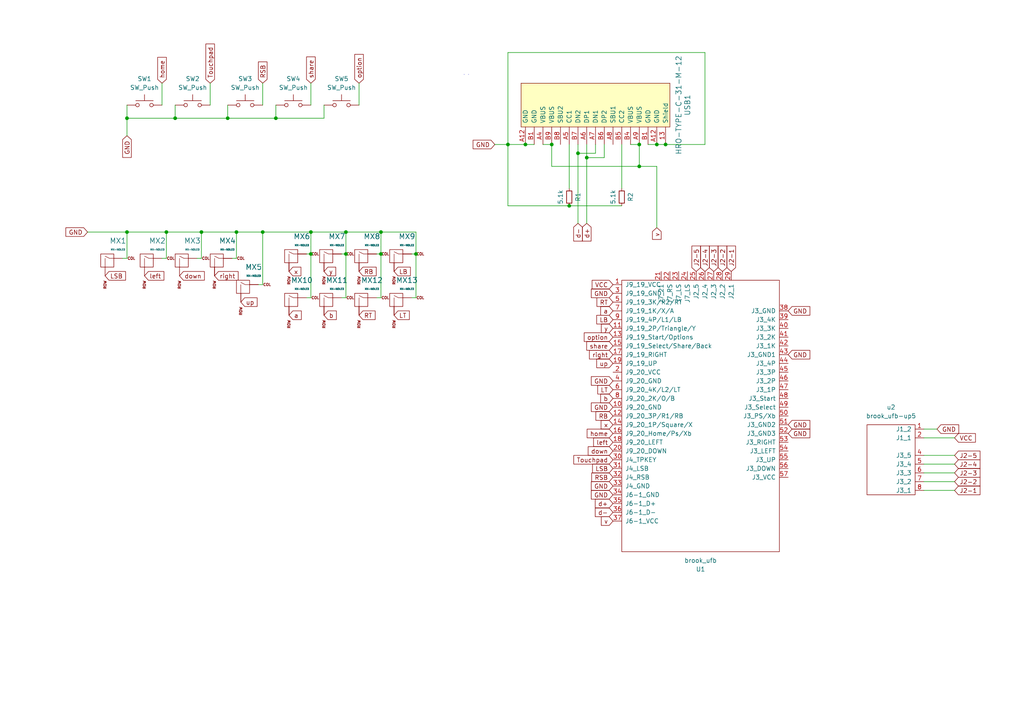
<source format=kicad_sch>
(kicad_sch (version 20230121) (generator eeschema)

  (uuid 015db9af-afc2-4900-8c91-23ba04531965)

  (paper "A4")

  (lib_symbols
    (symbol "1 Resources:HRO-TYPE-C-31-M-12" (pin_names (offset 1.016)) (in_bom yes) (on_board yes)
      (property "Reference" "USB1" (at 0 27.94 0)
        (effects (font (size 1.524 1.524)))
      )
      (property "Value" "HRO-TYPE-C-31-M-12" (at 0 25.4 0)
        (effects (font (size 1.524 1.524)))
      )
      (property "Footprint" "" (at -20.32 1.27 0)
        (effects (font (size 1.524 1.524)) hide)
      )
      (property "Datasheet" "" (at -20.32 1.27 0)
        (effects (font (size 1.524 1.524)) hide)
      )
      (symbol "HRO-TYPE-C-31-M-12_1_1"
        (rectangle (start -6.35 22.86) (end 6.35 -20.32)
          (stroke (width 0) (type solid))
          (fill (type background))
        )
        (pin input line (at 11.43 21.59 180) (length 5.08)
          (name "Shield" (effects (font (size 1.27 1.27))))
          (number "13" (effects (font (size 1.27 1.27))))
        )
        (pin input line (at 11.43 -19.05 180) (length 5.08)
          (name "GND" (effects (font (size 1.27 1.27))))
          (number "A12" (effects (font (size 1.27 1.27))))
        )
        (pin input line (at 11.43 19.05 180) (length 5.08)
          (name "GND" (effects (font (size 1.27 1.27))))
          (number "A12" (effects (font (size 1.27 1.27))))
        )
        (pin input line (at 11.43 -13.97 180) (length 5.08)
          (name "VBUS" (effects (font (size 1.27 1.27))))
          (number "A4" (effects (font (size 1.27 1.27))))
        )
        (pin input line (at 11.43 -6.35 180) (length 5.08)
          (name "CC1" (effects (font (size 1.27 1.27))))
          (number "A5" (effects (font (size 1.27 1.27))))
        )
        (pin input line (at 11.43 -1.27 180) (length 5.08)
          (name "DP1" (effects (font (size 1.27 1.27))))
          (number "A6" (effects (font (size 1.27 1.27))))
        )
        (pin input line (at 11.43 1.27 180) (length 5.08)
          (name "DN1" (effects (font (size 1.27 1.27))))
          (number "A7" (effects (font (size 1.27 1.27))))
        )
        (pin input line (at 11.43 6.35 180) (length 5.08)
          (name "SBU1" (effects (font (size 1.27 1.27))))
          (number "A8" (effects (font (size 1.27 1.27))))
        )
        (pin input line (at 11.43 13.97 180) (length 5.08)
          (name "VBUS" (effects (font (size 1.27 1.27))))
          (number "A9" (effects (font (size 1.27 1.27))))
        )
        (pin input line (at 11.43 -16.51 180) (length 5.08)
          (name "GND" (effects (font (size 1.27 1.27))))
          (number "B1" (effects (font (size 1.27 1.27))))
        )
        (pin input line (at 11.43 16.51 180) (length 5.08)
          (name "GND" (effects (font (size 1.27 1.27))))
          (number "B1" (effects (font (size 1.27 1.27))))
        )
        (pin input line (at 11.43 11.43 180) (length 5.08)
          (name "VBUS" (effects (font (size 1.27 1.27))))
          (number "B4" (effects (font (size 1.27 1.27))))
        )
        (pin input line (at 11.43 8.89 180) (length 5.08)
          (name "CC2" (effects (font (size 1.27 1.27))))
          (number "B5" (effects (font (size 1.27 1.27))))
        )
        (pin input line (at 11.43 3.81 180) (length 5.08)
          (name "DP2" (effects (font (size 1.27 1.27))))
          (number "B6" (effects (font (size 1.27 1.27))))
        )
        (pin input line (at 11.43 -3.81 180) (length 5.08)
          (name "DN2" (effects (font (size 1.27 1.27))))
          (number "B7" (effects (font (size 1.27 1.27))))
        )
        (pin input line (at 11.43 -8.89 180) (length 5.08)
          (name "SBU2" (effects (font (size 1.27 1.27))))
          (number "B8" (effects (font (size 1.27 1.27))))
        )
        (pin input line (at 11.43 -11.43 180) (length 5.08)
          (name "VBUS" (effects (font (size 1.27 1.27))))
          (number "B9" (effects (font (size 1.27 1.27))))
        )
      )
    )
    (symbol "1 Resources:MX-NOLED" (pin_names (offset 1.016)) (in_bom yes) (on_board yes)
      (property "Reference" "MX" (at -0.635 3.81 0)
        (effects (font (size 1.524 1.524)))
      )
      (property "Value" "MX-NOLED" (at -5.08 2.54 0)
        (effects (font (size 0.508 0.508)))
      )
      (property "Footprint" "" (at -15.875 -0.635 0)
        (effects (font (size 1.524 1.524)) hide)
      )
      (property "Datasheet" "" (at -15.875 -0.635 0)
        (effects (font (size 1.524 1.524)) hide)
      )
      (symbol "MX-NOLED_0_0"
        (rectangle (start -2.54 2.54) (end 1.27 -1.27)
          (stroke (width 0) (type solid))
          (fill (type none))
        )
        (polyline
          (pts
            (xy -1.27 -1.27)
            (xy -1.27 1.27)
          )
          (stroke (width 0.127) (type solid))
          (fill (type none))
        )
        (polyline
          (pts
            (xy 1.27 1.27)
            (xy 0 1.27)
            (xy -1.27 1.905)
          )
          (stroke (width 0.127) (type solid))
          (fill (type none))
        )
        (text "COL" (at 6.35 1.27 0)
          (effects (font (size 0.762 0.762)))
        )
        (text "ROW" (at -1.27 -5.08 900)
          (effects (font (size 0.762 0.762)) (justify right))
        )
      )
      (symbol "MX-NOLED_1_1"
        (pin passive line (at 3.81 1.27 180) (length 2.54)
          (name "COL" (effects (font (size 0 0))))
          (number "1" (effects (font (size 0 0))))
        )
        (pin passive line (at -1.27 -3.81 90) (length 2.54)
          (name "ROW" (effects (font (size 0 0))))
          (number "2" (effects (font (size 0 0))))
        )
      )
    )
    (symbol "1 Resources:brook_ufb" (pin_names (offset 1.016)) (in_bom yes) (on_board yes)
      (property "Reference" "U" (at 0 0 0)
        (effects (font (size 1.27 1.27)))
      )
      (property "Value" "brook_ufb" (at 0 0 0)
        (effects (font (size 1.27 1.27)))
      )
      (property "Footprint" "" (at 0 0 0)
        (effects (font (size 1.27 1.27)) hide)
      )
      (property "Datasheet" "" (at 0 0 0)
        (effects (font (size 1.27 1.27)) hide)
      )
      (symbol "brook_ufb_0_1"
        (rectangle (start -39.37 22.86) (end 39.37 -22.86)
          (stroke (width 0) (type solid))
          (fill (type none))
        )
      )
      (symbol "brook_ufb_1_1"
        (pin input line (at 38.1 25.4 270) (length 2.54)
          (name "J9_19_VCC" (effects (font (size 1.27 1.27))))
          (number "1" (effects (font (size 1.27 1.27))))
        )
        (pin input line (at 2.54 25.4 270) (length 2.54)
          (name "J9_20_GND" (effects (font (size 1.27 1.27))))
          (number "10" (effects (font (size 1.27 1.27))))
        )
        (pin input line (at 25.4 25.4 270) (length 2.54)
          (name "J9_19_2P/Triangle/Y" (effects (font (size 1.27 1.27))))
          (number "11" (effects (font (size 1.27 1.27))))
        )
        (pin input line (at 0 25.4 270) (length 2.54)
          (name "J9_20_3P/R1/RB" (effects (font (size 1.27 1.27))))
          (number "12" (effects (font (size 1.27 1.27))))
        )
        (pin input line (at 22.86 25.4 270) (length 2.54)
          (name "J9_19_Start/Options" (effects (font (size 1.27 1.27))))
          (number "13" (effects (font (size 1.27 1.27))))
        )
        (pin input line (at -2.54 25.4 270) (length 2.54)
          (name "J9_20_1P/Square/X" (effects (font (size 1.27 1.27))))
          (number "14" (effects (font (size 1.27 1.27))))
        )
        (pin input line (at 20.32 25.4 270) (length 2.54)
          (name "J9_19_Select/Share/Back" (effects (font (size 1.27 1.27))))
          (number "15" (effects (font (size 1.27 1.27))))
        )
        (pin input line (at -5.08 25.4 270) (length 2.54)
          (name "J9_20_Home/Ps/Xb" (effects (font (size 1.27 1.27))))
          (number "16" (effects (font (size 1.27 1.27))))
        )
        (pin input line (at 17.78 25.4 270) (length 2.54)
          (name "J9_19_RIGHT" (effects (font (size 1.27 1.27))))
          (number "17" (effects (font (size 1.27 1.27))))
        )
        (pin input line (at -7.62 25.4 270) (length 2.54)
          (name "J9_20_LEFT" (effects (font (size 1.27 1.27))))
          (number "18" (effects (font (size 1.27 1.27))))
        )
        (pin input line (at 15.24 25.4 270) (length 2.54)
          (name "J9_19_UP" (effects (font (size 1.27 1.27))))
          (number "19" (effects (font (size 1.27 1.27))))
        )
        (pin input line (at 12.7 25.4 270) (length 2.54)
          (name "J9_20_VCC" (effects (font (size 1.27 1.27))))
          (number "2" (effects (font (size 1.27 1.27))))
        )
        (pin input line (at -10.16 25.4 270) (length 2.54)
          (name "J9_20_DOWN" (effects (font (size 1.27 1.27))))
          (number "20" (effects (font (size 1.27 1.27))))
        )
        (pin input line (at 41.91 11.43 180) (length 2.54)
          (name "J7_21" (effects (font (size 1.27 1.27))))
          (number "21" (effects (font (size 1.27 1.27))))
        )
        (pin input line (at 41.91 8.89 180) (length 2.54)
          (name "J7_RS" (effects (font (size 1.27 1.27))))
          (number "22" (effects (font (size 1.27 1.27))))
        )
        (pin input line (at 41.91 6.35 180) (length 2.54)
          (name "J7_LS" (effects (font (size 1.27 1.27))))
          (number "23" (effects (font (size 1.27 1.27))))
        )
        (pin input line (at 41.91 3.81 180) (length 2.54)
          (name "J7_LS" (effects (font (size 1.27 1.27))))
          (number "24" (effects (font (size 1.27 1.27))))
        )
        (pin input line (at 41.91 1.27 180) (length 2.54)
          (name "J2_5" (effects (font (size 1.27 1.27))))
          (number "25" (effects (font (size 1.27 1.27))))
        )
        (pin input line (at 41.91 -1.27 180) (length 2.54)
          (name "J2_4" (effects (font (size 1.27 1.27))))
          (number "26" (effects (font (size 1.27 1.27))))
        )
        (pin input line (at 41.91 -3.81 180) (length 2.54)
          (name "J2_3" (effects (font (size 1.27 1.27))))
          (number "27" (effects (font (size 1.27 1.27))))
        )
        (pin input line (at 41.91 -6.35 180) (length 2.54)
          (name "J2_2" (effects (font (size 1.27 1.27))))
          (number "28" (effects (font (size 1.27 1.27))))
        )
        (pin input line (at 41.91 -8.89 180) (length 2.54)
          (name "J2_1" (effects (font (size 1.27 1.27))))
          (number "29" (effects (font (size 1.27 1.27))))
        )
        (pin input line (at 35.56 25.4 270) (length 2.54)
          (name "J9_19_GND" (effects (font (size 1.27 1.27))))
          (number "3" (effects (font (size 1.27 1.27))))
        )
        (pin input line (at -12.7 25.4 270) (length 2.54)
          (name "J4_TPKEY" (effects (font (size 1.27 1.27))))
          (number "30" (effects (font (size 1.27 1.27))))
        )
        (pin input line (at -15.24 25.4 270) (length 2.54)
          (name "J4_LSB" (effects (font (size 1.27 1.27))))
          (number "31" (effects (font (size 1.27 1.27))))
        )
        (pin input line (at -17.78 25.4 270) (length 2.54)
          (name "J4_RSB" (effects (font (size 1.27 1.27))))
          (number "32" (effects (font (size 1.27 1.27))))
        )
        (pin input line (at -20.32 25.4 270) (length 2.54)
          (name "J4_GND" (effects (font (size 1.27 1.27))))
          (number "33" (effects (font (size 1.27 1.27))))
        )
        (pin input line (at -22.86 25.4 270) (length 2.54)
          (name "J6-1_GND" (effects (font (size 1.27 1.27))))
          (number "34" (effects (font (size 1.27 1.27))))
        )
        (pin input line (at -25.4 25.4 270) (length 2.54)
          (name "J6-1_D+" (effects (font (size 1.27 1.27))))
          (number "35" (effects (font (size 1.27 1.27))))
        )
        (pin input line (at -27.94 25.4 270) (length 2.54)
          (name "J6-1_D-" (effects (font (size 1.27 1.27))))
          (number "36" (effects (font (size 1.27 1.27))))
        )
        (pin input line (at -30.48 25.4 270) (length 2.54)
          (name "J6-1_VCC" (effects (font (size 1.27 1.27))))
          (number "37" (effects (font (size 1.27 1.27))))
        )
        (pin input line (at 30.48 -25.4 90) (length 2.54)
          (name "J3_GND" (effects (font (size 1.27 1.27))))
          (number "38" (effects (font (size 1.27 1.27))))
        )
        (pin input line (at 27.94 -25.4 90) (length 2.54)
          (name "J3_4K" (effects (font (size 1.27 1.27))))
          (number "39" (effects (font (size 1.27 1.27))))
        )
        (pin input line (at 10.16 25.4 270) (length 2.54)
          (name "J9_20_GND" (effects (font (size 1.27 1.27))))
          (number "4" (effects (font (size 1.27 1.27))))
        )
        (pin input line (at 25.4 -25.4 90) (length 2.54)
          (name "J3_3K" (effects (font (size 1.27 1.27))))
          (number "40" (effects (font (size 1.27 1.27))))
        )
        (pin input line (at 22.86 -25.4 90) (length 2.54)
          (name "J3_2K" (effects (font (size 1.27 1.27))))
          (number "41" (effects (font (size 1.27 1.27))))
        )
        (pin input line (at 20.32 -25.4 90) (length 2.54)
          (name "J3_1K" (effects (font (size 1.27 1.27))))
          (number "42" (effects (font (size 1.27 1.27))))
        )
        (pin input line (at 17.78 -25.4 90) (length 2.54)
          (name "J3_GND1" (effects (font (size 1.27 1.27))))
          (number "43" (effects (font (size 1.27 1.27))))
        )
        (pin input line (at 15.24 -25.4 90) (length 2.54)
          (name "J3_4P" (effects (font (size 1.27 1.27))))
          (number "44" (effects (font (size 1.27 1.27))))
        )
        (pin input line (at 12.7 -25.4 90) (length 2.54)
          (name "J3_3P" (effects (font (size 1.27 1.27))))
          (number "45" (effects (font (size 1.27 1.27))))
        )
        (pin input line (at 10.16 -25.4 90) (length 2.54)
          (name "J3_2P" (effects (font (size 1.27 1.27))))
          (number "46" (effects (font (size 1.27 1.27))))
        )
        (pin input line (at 7.62 -25.4 90) (length 2.54)
          (name "J3_1P" (effects (font (size 1.27 1.27))))
          (number "47" (effects (font (size 1.27 1.27))))
        )
        (pin input line (at 5.08 -25.4 90) (length 2.54)
          (name "J3_Start" (effects (font (size 1.27 1.27))))
          (number "48" (effects (font (size 1.27 1.27))))
        )
        (pin input line (at 2.54 -25.4 90) (length 2.54)
          (name "J3_Select" (effects (font (size 1.27 1.27))))
          (number "49" (effects (font (size 1.27 1.27))))
        )
        (pin input line (at 33.02 25.4 270) (length 2.54)
          (name "J9_19_3K/R2/RT" (effects (font (size 1.27 1.27))))
          (number "5" (effects (font (size 1.27 1.27))))
        )
        (pin input line (at 0 -25.4 90) (length 2.54)
          (name "J3_PS/Xb" (effects (font (size 1.27 1.27))))
          (number "50" (effects (font (size 1.27 1.27))))
        )
        (pin input line (at -2.54 -25.4 90) (length 2.54)
          (name "J3_GND2" (effects (font (size 1.27 1.27))))
          (number "51" (effects (font (size 1.27 1.27))))
        )
        (pin input line (at -5.08 -25.4 90) (length 2.54)
          (name "J3_GND3" (effects (font (size 1.27 1.27))))
          (number "52" (effects (font (size 1.27 1.27))))
        )
        (pin input line (at -7.62 -25.4 90) (length 2.54)
          (name "J3_RIGHT" (effects (font (size 1.27 1.27))))
          (number "53" (effects (font (size 1.27 1.27))))
        )
        (pin input line (at -10.16 -25.4 90) (length 2.54)
          (name "J3_LEFT" (effects (font (size 1.27 1.27))))
          (number "54" (effects (font (size 1.27 1.27))))
        )
        (pin input line (at -12.7 -25.4 90) (length 2.54)
          (name "J3_UP" (effects (font (size 1.27 1.27))))
          (number "55" (effects (font (size 1.27 1.27))))
        )
        (pin input line (at -15.24 -25.4 90) (length 2.54)
          (name "J3_DOWN" (effects (font (size 1.27 1.27))))
          (number "56" (effects (font (size 1.27 1.27))))
        )
        (pin input line (at -17.78 -25.4 90) (length 2.54)
          (name "J3_VCC" (effects (font (size 1.27 1.27))))
          (number "57" (effects (font (size 1.27 1.27))))
        )
        (pin input line (at 7.62 25.4 270) (length 2.54)
          (name "J9_20_4K/L2/LT" (effects (font (size 1.27 1.27))))
          (number "6" (effects (font (size 1.27 1.27))))
        )
        (pin input line (at 30.48 25.4 270) (length 2.54)
          (name "J9_19_1K/X/A" (effects (font (size 1.27 1.27))))
          (number "7" (effects (font (size 1.27 1.27))))
        )
        (pin input line (at 5.08 25.4 270) (length 2.54)
          (name "J9_20_2K/O/B" (effects (font (size 1.27 1.27))))
          (number "8" (effects (font (size 1.27 1.27))))
        )
        (pin input line (at 27.94 25.4 270) (length 2.54)
          (name "J9_19_4P/L1/LB" (effects (font (size 1.27 1.27))))
          (number "9" (effects (font (size 1.27 1.27))))
        )
      )
    )
    (symbol "1 Resources:brook_ufb-up5" (pin_names (offset 1.016)) (in_bom yes) (on_board yes)
      (property "Reference" "u" (at 0.9144 6.35 0)
        (effects (font (size 1.27 1.27)))
      )
      (property "Value" "brook_ufb-up5" (at 1.27 6.35 0)
        (effects (font (size 1.27 1.27)))
      )
      (property "Footprint" "" (at 21.59 38.1 0)
        (effects (font (size 1.27 1.27)) hide)
      )
      (property "Datasheet" "" (at 21.59 38.1 0)
        (effects (font (size 1.27 1.27)) hide)
      )
      (symbol "brook_ufb-up5_0_1"
        (rectangle (start -6.35 5.08) (end 7.62 -15.24)
          (stroke (width 0) (type solid))
          (fill (type none))
        )
      )
      (symbol "brook_ufb-up5_1_1"
        (pin input line (at 10.16 3.81 180) (length 2.54)
          (name "J1_2" (effects (font (size 1.27 1.27))))
          (number "1" (effects (font (size 1.27 1.27))))
        )
        (pin input line (at 10.16 1.27 180) (length 2.54)
          (name "J1_1" (effects (font (size 1.27 1.27))))
          (number "2" (effects (font (size 1.27 1.27))))
        )
        (pin input line (at 10.16 -3.81 180) (length 2.54)
          (name "J3_5" (effects (font (size 1.27 1.27))))
          (number "4" (effects (font (size 1.27 1.27))))
        )
        (pin input line (at 10.16 -6.35 180) (length 2.54)
          (name "J3_4" (effects (font (size 1.27 1.27))))
          (number "5" (effects (font (size 1.27 1.27))))
        )
        (pin input line (at 10.16 -8.89 180) (length 2.54)
          (name "J3_3" (effects (font (size 1.27 1.27))))
          (number "6" (effects (font (size 1.27 1.27))))
        )
        (pin input line (at 10.16 -11.43 180) (length 2.54)
          (name "J3_2" (effects (font (size 1.27 1.27))))
          (number "7" (effects (font (size 1.27 1.27))))
        )
        (pin input line (at 10.16 -13.97 180) (length 2.54)
          (name "J3_1" (effects (font (size 1.27 1.27))))
          (number "8" (effects (font (size 1.27 1.27))))
        )
      )
    )
    (symbol "Device:R_Small" (pin_numbers hide) (pin_names (offset 0.254) hide) (in_bom yes) (on_board yes)
      (property "Reference" "R" (at 0.762 0.508 0)
        (effects (font (size 1.27 1.27)) (justify left))
      )
      (property "Value" "R_Small" (at 0.762 -1.016 0)
        (effects (font (size 1.27 1.27)) (justify left))
      )
      (property "Footprint" "" (at 0 0 0)
        (effects (font (size 1.27 1.27)) hide)
      )
      (property "Datasheet" "~" (at 0 0 0)
        (effects (font (size 1.27 1.27)) hide)
      )
      (property "ki_keywords" "R resistor" (at 0 0 0)
        (effects (font (size 1.27 1.27)) hide)
      )
      (property "ki_description" "Resistor, small symbol" (at 0 0 0)
        (effects (font (size 1.27 1.27)) hide)
      )
      (property "ki_fp_filters" "R_*" (at 0 0 0)
        (effects (font (size 1.27 1.27)) hide)
      )
      (symbol "R_Small_0_1"
        (rectangle (start -0.762 1.778) (end 0.762 -1.778)
          (stroke (width 0.2032) (type default))
          (fill (type none))
        )
      )
      (symbol "R_Small_1_1"
        (pin passive line (at 0 2.54 270) (length 0.762)
          (name "~" (effects (font (size 1.27 1.27))))
          (number "1" (effects (font (size 1.27 1.27))))
        )
        (pin passive line (at 0 -2.54 90) (length 0.762)
          (name "~" (effects (font (size 1.27 1.27))))
          (number "2" (effects (font (size 1.27 1.27))))
        )
      )
    )
    (symbol "Switch:SW_Push" (pin_numbers hide) (pin_names (offset 1.016) hide) (in_bom yes) (on_board yes)
      (property "Reference" "SW" (at 1.27 2.54 0)
        (effects (font (size 1.27 1.27)) (justify left))
      )
      (property "Value" "SW_Push" (at 0 -1.524 0)
        (effects (font (size 1.27 1.27)))
      )
      (property "Footprint" "" (at 0 5.08 0)
        (effects (font (size 1.27 1.27)) hide)
      )
      (property "Datasheet" "~" (at 0 5.08 0)
        (effects (font (size 1.27 1.27)) hide)
      )
      (property "ki_keywords" "switch normally-open pushbutton push-button" (at 0 0 0)
        (effects (font (size 1.27 1.27)) hide)
      )
      (property "ki_description" "Push button switch, generic, two pins" (at 0 0 0)
        (effects (font (size 1.27 1.27)) hide)
      )
      (symbol "SW_Push_0_1"
        (circle (center -2.032 0) (radius 0.508)
          (stroke (width 0) (type default))
          (fill (type none))
        )
        (polyline
          (pts
            (xy 0 1.27)
            (xy 0 3.048)
          )
          (stroke (width 0) (type default))
          (fill (type none))
        )
        (polyline
          (pts
            (xy 2.54 1.27)
            (xy -2.54 1.27)
          )
          (stroke (width 0) (type default))
          (fill (type none))
        )
        (circle (center 2.032 0) (radius 0.508)
          (stroke (width 0) (type default))
          (fill (type none))
        )
        (pin passive line (at -5.08 0 0) (length 2.54)
          (name "1" (effects (font (size 1.27 1.27))))
          (number "1" (effects (font (size 1.27 1.27))))
        )
        (pin passive line (at 5.08 0 180) (length 2.54)
          (name "2" (effects (font (size 1.27 1.27))))
          (number "2" (effects (font (size 1.27 1.27))))
        )
      )
    )
  )

  (junction (at 36.83 34.29) (diameter 0) (color 0 0 0 0)
    (uuid 1229c0e4-97a8-4564-8a6a-657898f84af6)
  )
  (junction (at 50.8 34.29) (diameter 0) (color 0 0 0 0)
    (uuid 1241e2a5-56ed-449a-95fd-f53d6cd54b11)
  )
  (junction (at 66.04 34.29) (diameter 0) (color 0 0 0 0)
    (uuid 2a12a237-7982-4390-8bb1-07741511dd80)
  )
  (junction (at 68.58 67.31) (diameter 0) (color 0 0 0 0)
    (uuid 2ca6cfe4-e93d-422c-a766-cb08f954db6e)
  )
  (junction (at 167.64 44.45) (diameter 0) (color 0 0 0 0)
    (uuid 2f94b12f-5519-4182-8e91-d5591f6f7b30)
  )
  (junction (at 100.33 73.66) (diameter 0) (color 0 0 0 0)
    (uuid 41145a76-8661-4c96-87f6-32e0b0ee617d)
  )
  (junction (at 110.49 73.66) (diameter 0) (color 0 0 0 0)
    (uuid 43f3fd23-a336-4dc9-a6aa-da835bf7683a)
  )
  (junction (at 90.17 73.66) (diameter 0) (color 0 0 0 0)
    (uuid 463dd543-87b1-4e1f-bca5-3256d0cbeecf)
  )
  (junction (at 165.1 59.69) (diameter 0) (color 0 0 0 0)
    (uuid 466ce615-faa7-471d-8fe9-d45fc6453b66)
  )
  (junction (at 185.42 41.91) (diameter 0) (color 0 0 0 0)
    (uuid 47a22daf-212c-4777-a678-1dfe281e58ed)
  )
  (junction (at 76.2 67.31) (diameter 0) (color 0 0 0 0)
    (uuid 6d2c9182-cb8b-4daf-829e-fbcba3a9b79b)
  )
  (junction (at 36.83 67.31) (diameter 0) (color 0 0 0 0)
    (uuid 7694a6a5-eba9-4c8e-badd-17079577cff3)
  )
  (junction (at 58.42 67.31) (diameter 0) (color 0 0 0 0)
    (uuid 7d4cc47d-e1bd-4096-90ec-112211a8c81f)
  )
  (junction (at 80.01 34.29) (diameter 0) (color 0 0 0 0)
    (uuid 7fd70cd9-cd37-4500-850e-7abadf88807a)
  )
  (junction (at 193.04 41.91) (diameter 0) (color 0 0 0 0)
    (uuid 808dbd08-5356-4c7b-bba3-90ce48e284ed)
  )
  (junction (at 110.49 67.31) (diameter 0) (color 0 0 0 0)
    (uuid 899c1542-027c-409e-ab74-f63e80a5307a)
  )
  (junction (at 185.42 48.26) (diameter 0) (color 0 0 0 0)
    (uuid a6a9aeee-dbb6-4600-bf2c-b7af14289d68)
  )
  (junction (at 120.65 73.66) (diameter 0) (color 0 0 0 0)
    (uuid a6aa5706-c933-4970-b036-4698e51c6683)
  )
  (junction (at 170.18 45.72) (diameter 0) (color 0 0 0 0)
    (uuid aa7a223d-f09f-4e7d-b7f4-8b3d03c39a96)
  )
  (junction (at 147.32 41.91) (diameter 0) (color 0 0 0 0)
    (uuid b19e2870-81b9-4e6a-b0fd-ef93406956d8)
  )
  (junction (at 48.26 67.31) (diameter 0) (color 0 0 0 0)
    (uuid bec2ee52-b4cc-4f0c-a286-db1524618622)
  )
  (junction (at 100.33 67.31) (diameter 0) (color 0 0 0 0)
    (uuid d9e8d635-3b41-42f8-bd8e-cf297e8d546b)
  )
  (junction (at 90.17 67.31) (diameter 0) (color 0 0 0 0)
    (uuid da3fa9a9-ae4c-41c7-893b-9888ab4ef566)
  )
  (junction (at 160.02 41.91) (diameter 0) (color 0 0 0 0)
    (uuid daec8702-3ea7-4f5b-a538-1d49a8853dad)
  )
  (junction (at 190.5 41.91) (diameter 0) (color 0 0 0 0)
    (uuid e66a33eb-f986-40f6-8d06-efb903c80e54)
  )
  (junction (at 152.4 41.91) (diameter 0) (color 0 0 0 0)
    (uuid fb9839e4-c598-40e7-b16c-a8c75f9b4abb)
  )

  (wire (pts (xy 267.97 134.62) (xy 276.86 134.62))
    (stroke (width 0) (type default))
    (uuid 0032bd3b-a7b1-4798-ba13-1017bd06a872)
  )
  (wire (pts (xy 120.65 73.66) (xy 120.65 67.31))
    (stroke (width 0) (type default))
    (uuid 0057920c-41e2-473d-81e1-ee4a7e624954)
  )
  (wire (pts (xy 190.5 48.26) (xy 190.5 66.04))
    (stroke (width 0) (type default))
    (uuid 04324002-f571-42db-8ae0-46e69edb693a)
  )
  (wire (pts (xy 100.33 86.36) (xy 100.33 73.66))
    (stroke (width 0) (type default))
    (uuid 0714e30b-8dd4-4470-8ed8-50c05ec48701)
  )
  (wire (pts (xy 68.58 67.31) (xy 76.2 67.31))
    (stroke (width 0) (type default))
    (uuid 07739aae-0719-4d53-9cde-1bd843e9e13b)
  )
  (wire (pts (xy 152.4 41.91) (xy 154.94 41.91))
    (stroke (width 0) (type default))
    (uuid 083b40c2-2bfe-4385-a428-a3fe4ca9f96d)
  )
  (wire (pts (xy 147.32 59.69) (xy 147.32 41.91))
    (stroke (width 0) (type default))
    (uuid 0d9e249a-5280-48b8-b8eb-a414e67ac51c)
  )
  (wire (pts (xy 48.26 67.31) (xy 48.26 74.93))
    (stroke (width 0) (type default))
    (uuid 116416c5-5eab-4527-830c-756b54ae223c)
  )
  (wire (pts (xy 120.65 86.36) (xy 120.65 73.66))
    (stroke (width 0) (type default))
    (uuid 12802558-fa72-4d1c-8f9a-041c59c9cd45)
  )
  (wire (pts (xy 165.1 59.69) (xy 180.34 59.69))
    (stroke (width 0) (type default))
    (uuid 189b808e-8a0d-4cfd-a43d-feeb291d4712)
  )
  (wire (pts (xy 46.99 74.93) (xy 48.26 74.93))
    (stroke (width 0) (type default))
    (uuid 1b924397-aa7c-4b40-93fd-d80347ec0db4)
  )
  (wire (pts (xy 66.04 30.48) (xy 66.04 34.29))
    (stroke (width 0) (type default))
    (uuid 1f94c389-87e1-4dd3-ae70-cfd492d88053)
  )
  (wire (pts (xy 48.26 67.31) (xy 58.42 67.31))
    (stroke (width 0) (type default))
    (uuid 245165a5-96c1-465e-a77e-e3430bf28406)
  )
  (wire (pts (xy 76.2 67.31) (xy 90.17 67.31))
    (stroke (width 0) (type default))
    (uuid 247af21a-7212-4bf1-a5cc-966856ad72b2)
  )
  (wire (pts (xy 46.99 24.13) (xy 46.99 30.48))
    (stroke (width 0) (type default))
    (uuid 2493f83d-d1a1-4e2d-ab87-8222b156c641)
  )
  (wire (pts (xy 267.97 132.08) (xy 276.86 132.08))
    (stroke (width 0) (type default))
    (uuid 2625be64-fea6-4a20-bd48-873636ce83d5)
  )
  (wire (pts (xy 90.17 24.13) (xy 90.17 30.48))
    (stroke (width 0) (type default))
    (uuid 2a7a6921-0794-4581-a1d9-92458ac8a03a)
  )
  (wire (pts (xy 143.51 41.91) (xy 147.32 41.91))
    (stroke (width 0) (type default))
    (uuid 30df0034-033a-4c8e-8a43-74a50ae9a51e)
  )
  (wire (pts (xy 180.34 41.91) (xy 180.34 54.61))
    (stroke (width 0) (type default))
    (uuid 3247f123-56ee-486d-b3f0-313570312103)
  )
  (wire (pts (xy 74.93 82.55) (xy 76.2 82.55))
    (stroke (width 0) (type default))
    (uuid 39972b0f-6b10-4c34-b664-d6ccb8d7cf4b)
  )
  (wire (pts (xy 67.31 74.93) (xy 68.58 74.93))
    (stroke (width 0) (type default))
    (uuid 3ca2b321-2a85-4e2c-85d0-95c8a16cc5ed)
  )
  (wire (pts (xy 157.48 41.91) (xy 160.02 41.91))
    (stroke (width 0) (type default))
    (uuid 3e5a6a9a-a371-4a07-89ed-0e0f9f46a034)
  )
  (wire (pts (xy 204.47 41.91) (xy 204.47 15.24))
    (stroke (width 0) (type default))
    (uuid 4080c82b-6af7-4979-abe6-8f9f9383768c)
  )
  (wire (pts (xy 60.96 24.13) (xy 60.96 30.48))
    (stroke (width 0) (type default))
    (uuid 41b89f74-317e-4605-8d03-d354fbb04372)
  )
  (wire (pts (xy 267.97 137.16) (xy 276.86 137.16))
    (stroke (width 0) (type default))
    (uuid 425d6428-63de-4cba-aa12-de64da3ba5bc)
  )
  (wire (pts (xy 36.83 34.29) (xy 36.83 39.37))
    (stroke (width 0) (type default))
    (uuid 4385741c-4b98-41b1-8cce-364bd746684a)
  )
  (wire (pts (xy 182.88 41.91) (xy 185.42 41.91))
    (stroke (width 0) (type default))
    (uuid 43c88165-7c67-4ad2-a8eb-162864bd6c29)
  )
  (wire (pts (xy 36.83 67.31) (xy 36.83 74.93))
    (stroke (width 0) (type default))
    (uuid 442b57f1-98d0-4c69-bfe4-dd16010abc5a)
  )
  (wire (pts (xy 119.38 73.66) (xy 120.65 73.66))
    (stroke (width 0) (type default))
    (uuid 471f89ae-4993-4c81-9472-55a4bb09840a)
  )
  (wire (pts (xy 50.8 30.48) (xy 50.8 34.29))
    (stroke (width 0) (type default))
    (uuid 4830a728-a95d-435e-93d8-78b2228b4f56)
  )
  (wire (pts (xy 267.97 139.7) (xy 276.86 139.7))
    (stroke (width 0) (type default))
    (uuid 48e382df-2fa1-40cd-83f0-869e7c990903)
  )
  (wire (pts (xy 88.9 73.66) (xy 90.17 73.66))
    (stroke (width 0) (type default))
    (uuid 492d71f1-53ca-4446-8d91-ad936c9960bd)
  )
  (wire (pts (xy 187.96 41.91) (xy 190.5 41.91))
    (stroke (width 0) (type default))
    (uuid 49370b25-2fe6-4c6c-b4ed-e626de6d34e8)
  )
  (wire (pts (xy 204.47 15.24) (xy 147.32 15.24))
    (stroke (width 0) (type default))
    (uuid 4d935525-43e6-4c88-ade0-032d38d7e11c)
  )
  (wire (pts (xy 80.01 30.48) (xy 80.01 34.29))
    (stroke (width 0) (type default))
    (uuid 5338da46-4c42-4529-a3ce-69a96476b8d8)
  )
  (wire (pts (xy 160.02 48.26) (xy 185.42 48.26))
    (stroke (width 0) (type default))
    (uuid 5413cba5-72a8-4e67-86e1-9260ec482cbe)
  )
  (wire (pts (xy 76.2 67.31) (xy 76.2 82.55))
    (stroke (width 0) (type default))
    (uuid 5bbb0f79-900c-4abc-bbd6-5c89e8d169e1)
  )
  (wire (pts (xy 110.49 73.66) (xy 110.49 67.31))
    (stroke (width 0) (type default))
    (uuid 5c4b89a9-bad7-4681-9396-94e169ce3d59)
  )
  (wire (pts (xy 172.72 41.91) (xy 172.72 44.45))
    (stroke (width 0) (type default))
    (uuid 5c74e52c-82d1-4aa4-bbac-2861339b332d)
  )
  (wire (pts (xy 57.15 74.93) (xy 58.42 74.93))
    (stroke (width 0) (type default))
    (uuid 61831db7-aa53-4f4c-a230-6f8d128d461b)
  )
  (wire (pts (xy 93.98 30.48) (xy 93.98 34.29))
    (stroke (width 0) (type default))
    (uuid 6243096b-e88e-4f7b-ae5d-07bc7af9357e)
  )
  (wire (pts (xy 170.18 45.72) (xy 170.18 64.77))
    (stroke (width 0) (type default))
    (uuid 6dfd56c3-6012-46ab-88d1-f892d31802cd)
  )
  (wire (pts (xy 175.26 45.72) (xy 170.18 45.72))
    (stroke (width 0) (type default))
    (uuid 6ec68bc4-187f-41d7-92d3-7094f0701440)
  )
  (wire (pts (xy 267.97 124.46) (xy 271.78 124.46))
    (stroke (width 0) (type default))
    (uuid 727d8df0-ba79-4bbd-bc84-7ecc01b752e9)
  )
  (wire (pts (xy 35.56 74.93) (xy 36.83 74.93))
    (stroke (width 0) (type default))
    (uuid 76c339fa-cbdf-47a7-b83a-9e0f6ac82f91)
  )
  (wire (pts (xy 190.5 41.91) (xy 193.04 41.91))
    (stroke (width 0) (type default))
    (uuid 7db00138-37f7-43de-b597-2297ce92bd16)
  )
  (wire (pts (xy 66.04 34.29) (xy 80.01 34.29))
    (stroke (width 0) (type default))
    (uuid 7e0469d9-5918-4c8c-88f4-7a5a55325629)
  )
  (wire (pts (xy 109.22 73.66) (xy 110.49 73.66))
    (stroke (width 0) (type default))
    (uuid 808e932e-da8b-4e67-ae04-4990b58e5c92)
  )
  (wire (pts (xy 90.17 67.31) (xy 100.33 67.31))
    (stroke (width 0) (type default))
    (uuid 8580bd28-6691-485a-b089-8f8a994c903f)
  )
  (wire (pts (xy 50.8 34.29) (xy 66.04 34.29))
    (stroke (width 0) (type default))
    (uuid 8728f691-d56e-4a3b-b1d8-08555db132bb)
  )
  (wire (pts (xy 109.22 86.36) (xy 110.49 86.36))
    (stroke (width 0) (type default))
    (uuid 989cc775-89a8-4162-9583-42b989e93652)
  )
  (wire (pts (xy 185.42 41.91) (xy 185.42 48.26))
    (stroke (width 0) (type default))
    (uuid 9e7abee6-7f07-4aed-8704-02195baa42cf)
  )
  (wire (pts (xy 58.42 67.31) (xy 68.58 67.31))
    (stroke (width 0) (type default))
    (uuid a3413a49-9dbc-4fd8-9ed3-128da597de2c)
  )
  (wire (pts (xy 100.33 73.66) (xy 100.33 67.31))
    (stroke (width 0) (type default))
    (uuid ac1b3626-6597-4516-bfee-51f479d22fa0)
  )
  (wire (pts (xy 36.83 34.29) (xy 50.8 34.29))
    (stroke (width 0) (type default))
    (uuid aeceb635-2639-4ae8-962f-215ad538b34b)
  )
  (wire (pts (xy 165.1 59.69) (xy 147.32 59.69))
    (stroke (width 0) (type default))
    (uuid aedae04d-1a4e-4335-b80a-17677828b93a)
  )
  (wire (pts (xy 76.2 24.13) (xy 76.2 30.48))
    (stroke (width 0) (type default))
    (uuid af54b7f8-a445-4d87-87cf-d1eefa4f8aaf)
  )
  (wire (pts (xy 172.72 44.45) (xy 167.64 44.45))
    (stroke (width 0) (type default))
    (uuid af94d295-6c25-4d0a-b311-a7923fba3fa5)
  )
  (wire (pts (xy 193.04 41.91) (xy 204.47 41.91))
    (stroke (width 0) (type default))
    (uuid bd9347ae-83fd-491a-a228-8f7a9213249d)
  )
  (wire (pts (xy 25.4 67.31) (xy 36.83 67.31))
    (stroke (width 0) (type default))
    (uuid bdc480cd-06ea-47bd-9d36-d0dba68fafa3)
  )
  (wire (pts (xy 185.42 48.26) (xy 190.5 48.26))
    (stroke (width 0) (type default))
    (uuid c0503f1f-f0a4-4bd4-bf6f-76267d25712b)
  )
  (wire (pts (xy 160.02 41.91) (xy 160.02 48.26))
    (stroke (width 0) (type default))
    (uuid c05fff03-106e-42ac-b663-97aa1692e40c)
  )
  (wire (pts (xy 36.83 67.31) (xy 48.26 67.31))
    (stroke (width 0) (type default))
    (uuid c1cd8f76-6d4e-41b2-b736-d405ab22787b)
  )
  (wire (pts (xy 99.06 73.66) (xy 100.33 73.66))
    (stroke (width 0) (type default))
    (uuid c7ee9489-3147-4cdf-abc9-5afe7a1be9e6)
  )
  (wire (pts (xy 80.01 34.29) (xy 93.98 34.29))
    (stroke (width 0) (type default))
    (uuid cafbd00b-f9d8-4490-8c6e-f69d63eaa48c)
  )
  (wire (pts (xy 110.49 86.36) (xy 110.49 73.66))
    (stroke (width 0) (type default))
    (uuid d1823f44-2d15-4e77-a311-06d6c1fcecb5)
  )
  (wire (pts (xy 100.33 67.31) (xy 110.49 67.31))
    (stroke (width 0) (type default))
    (uuid d22309ee-5395-41aa-8e1d-95d25dda6352)
  )
  (wire (pts (xy 147.32 41.91) (xy 152.4 41.91))
    (stroke (width 0) (type default))
    (uuid d543d7b3-750b-4041-a1b1-cd7cedbe197f)
  )
  (wire (pts (xy 119.38 86.36) (xy 120.65 86.36))
    (stroke (width 0) (type default))
    (uuid d9481d6e-9037-46a4-9526-c8d46716d325)
  )
  (wire (pts (xy 267.97 127) (xy 276.86 127))
    (stroke (width 0) (type default))
    (uuid da26fdae-6d9b-4d8a-b781-a113d7c6ba8b)
  )
  (wire (pts (xy 267.97 142.24) (xy 276.86 142.24))
    (stroke (width 0) (type default))
    (uuid de459978-a2ca-4f5c-bc28-2fce2404df9b)
  )
  (wire (pts (xy 175.26 41.91) (xy 175.26 45.72))
    (stroke (width 0) (type default))
    (uuid e18cbf19-e26f-4f87-94f4-3a00fcf038da)
  )
  (wire (pts (xy 170.18 41.91) (xy 170.18 45.72))
    (stroke (width 0) (type default))
    (uuid e64b905c-7f58-464f-a7b7-42ced991bd80)
  )
  (wire (pts (xy 88.9 86.36) (xy 90.17 86.36))
    (stroke (width 0) (type default))
    (uuid e87abd13-eca3-4375-b2f3-528f68f83f9d)
  )
  (wire (pts (xy 90.17 67.31) (xy 90.17 73.66))
    (stroke (width 0) (type default))
    (uuid e8bdcab5-e5d8-4ed9-bec2-44766cae3931)
  )
  (wire (pts (xy 36.83 30.48) (xy 36.83 34.29))
    (stroke (width 0) (type default))
    (uuid e91584e8-efb7-4e59-a077-a7f32e25feaa)
  )
  (wire (pts (xy 167.64 41.91) (xy 167.64 44.45))
    (stroke (width 0) (type default))
    (uuid eeaf36ca-c25b-4c0d-9026-ebc54d63104a)
  )
  (wire (pts (xy 167.64 44.45) (xy 167.64 64.77))
    (stroke (width 0) (type default))
    (uuid ef867645-9863-456e-89ee-ac9be993b1d9)
  )
  (wire (pts (xy 110.49 67.31) (xy 120.65 67.31))
    (stroke (width 0) (type default))
    (uuid ef8774c9-673d-45de-8812-106a036e6123)
  )
  (wire (pts (xy 58.42 67.31) (xy 58.42 74.93))
    (stroke (width 0) (type default))
    (uuid ef8f2b58-fc70-4517-981d-1273518fcd81)
  )
  (wire (pts (xy 165.1 41.91) (xy 165.1 54.61))
    (stroke (width 0) (type default))
    (uuid f32bbe1e-d4d7-43c0-8002-078720d32579)
  )
  (wire (pts (xy 90.17 73.66) (xy 90.17 86.36))
    (stroke (width 0) (type default))
    (uuid f526d99f-4204-45fd-a78c-947586efb0e5)
  )
  (wire (pts (xy 104.14 24.13) (xy 104.14 30.48))
    (stroke (width 0) (type default))
    (uuid f632469d-4335-4b19-a8b0-7e77eccc84ec)
  )
  (wire (pts (xy 68.58 67.31) (xy 68.58 74.93))
    (stroke (width 0) (type default))
    (uuid fa986ad1-c4b6-4d0e-b7a9-2cd678732db9)
  )
  (wire (pts (xy 99.06 86.36) (xy 100.33 86.36))
    (stroke (width 0) (type default))
    (uuid fc73d71d-4888-47e8-854a-56fa3fb480d0)
  )
  (wire (pts (xy 147.32 15.24) (xy 147.32 41.91))
    (stroke (width 0) (type default))
    (uuid ffdd1180-8abe-476e-a689-9acdbff0d86a)
  )

  (rectangle (start 135.89 21.59) (end 135.89 21.59)
    (stroke (width 0) (type default))
    (fill (type none))
    (uuid 84d00f38-b5fa-49fe-97a9-fe56acf236a4)
  )
  (rectangle (start 134.62 21.59) (end 134.62 21.59)
    (stroke (width 0) (type default))
    (fill (type none))
    (uuid aa7eca1c-20fe-4cca-a6ba-58b4d2f315ca)
  )

  (global_label "GND" (shape input) (at 177.8 85.09 180) (fields_autoplaced)
    (effects (font (size 1.27 1.27)) (justify right))
    (uuid 00cb26d6-af8f-42b5-8b29-952a98c0954c)
    (property "Intersheetrefs" "${INTERSHEET_REFS}" (at 171.0237 85.09 0)
      (effects (font (size 1.27 1.27)) (justify right) hide)
    )
  )
  (global_label "LSB" (shape input) (at 177.8 135.89 180) (fields_autoplaced)
    (effects (font (size 1.27 1.27)) (justify right))
    (uuid 0170be88-c0ac-450b-ac24-4d32d2806640)
    (property "Intersheetrefs" "${INTERSHEET_REFS}" (at 171.3866 135.89 0)
      (effects (font (size 1.27 1.27)) (justify right) hide)
    )
  )
  (global_label "right" (shape input) (at 62.23 80.01 0) (fields_autoplaced)
    (effects (font (size 1.27 1.27)) (justify left))
    (uuid 083118cb-5abd-4c3a-bac0-899f34959330)
    (property "Intersheetrefs" "${INTERSHEET_REFS}" (at 69.5505 80.01 0)
      (effects (font (size 1.27 1.27)) (justify left) hide)
    )
  )
  (global_label "GND" (shape input) (at 228.6 90.17 0) (fields_autoplaced)
    (effects (font (size 1.27 1.27)) (justify left))
    (uuid 0bed354a-c782-4fe8-9202-e40bb6698c1e)
    (property "Intersheetrefs" "${INTERSHEET_REFS}" (at 235.3763 90.17 0)
      (effects (font (size 1.27 1.27)) (justify left) hide)
    )
  )
  (global_label "share" (shape input) (at 177.8 100.33 180) (fields_autoplaced)
    (effects (font (size 1.27 1.27)) (justify right))
    (uuid 0cbc40f6-3ad9-409d-a038-5573de2319a8)
    (property "Intersheetrefs" "${INTERSHEET_REFS}" (at 169.6933 100.33 0)
      (effects (font (size 1.27 1.27)) (justify right) hide)
    )
  )
  (global_label "a" (shape input) (at 83.82 91.44 0) (fields_autoplaced)
    (effects (font (size 1.27 1.27)) (justify left))
    (uuid 15a00eb4-f803-404a-b21d-c1c3d8a14660)
    (property "Intersheetrefs" "${INTERSHEET_REFS}" (at 87.8748 91.44 0)
      (effects (font (size 1.27 1.27)) (justify left) hide)
    )
  )
  (global_label "GND" (shape input) (at 271.78 124.46 0) (fields_autoplaced)
    (effects (font (size 1.27 1.27)) (justify left))
    (uuid 1cbfe007-2c5d-4380-afd6-205532637e18)
    (property "Intersheetrefs" "${INTERSHEET_REFS}" (at 278.5563 124.46 0)
      (effects (font (size 1.27 1.27)) (justify left) hide)
    )
  )
  (global_label "option" (shape input) (at 104.14 24.13 90) (fields_autoplaced)
    (effects (font (size 1.27 1.27)) (justify left))
    (uuid 1efa6e1e-9c71-462c-bbb8-fa20f5ae47b1)
    (property "Intersheetrefs" "${INTERSHEET_REFS}" (at 104.14 15.2977 90)
      (effects (font (size 1.27 1.27)) (justify left) hide)
    )
  )
  (global_label "x" (shape input) (at 83.82 78.74 0) (fields_autoplaced)
    (effects (font (size 1.27 1.27)) (justify left))
    (uuid 26a023ba-0f6a-4a1c-abf0-f6cc17cf511f)
    (property "Intersheetrefs" "${INTERSHEET_REFS}" (at 87.7539 78.74 0)
      (effects (font (size 1.27 1.27)) (justify left) hide)
    )
  )
  (global_label "RSB" (shape input) (at 76.2 24.13 90) (fields_autoplaced)
    (effects (font (size 1.27 1.27)) (justify left))
    (uuid 2b5f5eab-d8e4-48ac-ab5b-394885a1c6c4)
    (property "Intersheetrefs" "${INTERSHEET_REFS}" (at 76.2 17.4747 90)
      (effects (font (size 1.27 1.27)) (justify left) hide)
    )
  )
  (global_label "a" (shape input) (at 177.8 90.17 180) (fields_autoplaced)
    (effects (font (size 1.27 1.27)) (justify right))
    (uuid 31e8a242-75f2-4e54-b548-8dba4eb2bab0)
    (property "Intersheetrefs" "${INTERSHEET_REFS}" (at 173.7452 90.17 0)
      (effects (font (size 1.27 1.27)) (justify right) hide)
    )
  )
  (global_label "GND" (shape input) (at 177.8 110.49 180) (fields_autoplaced)
    (effects (font (size 1.27 1.27)) (justify right))
    (uuid 323a30f6-d87f-4d67-af79-f27712745f74)
    (property "Intersheetrefs" "${INTERSHEET_REFS}" (at 171.0237 110.49 0)
      (effects (font (size 1.27 1.27)) (justify right) hide)
    )
  )
  (global_label "GND" (shape input) (at 177.8 143.51 180) (fields_autoplaced)
    (effects (font (size 1.27 1.27)) (justify right))
    (uuid 382e99a6-bc54-4da4-8a0c-56bbf2a3cd32)
    (property "Intersheetrefs" "${INTERSHEET_REFS}" (at 171.0237 143.51 0)
      (effects (font (size 1.27 1.27)) (justify right) hide)
    )
  )
  (global_label "v" (shape input) (at 177.8 151.13 180) (fields_autoplaced)
    (effects (font (size 1.27 1.27)) (justify right))
    (uuid 3c91a363-dd68-451d-8802-61b18299a2bb)
    (property "Intersheetrefs" "${INTERSHEET_REFS}" (at 173.9266 151.13 0)
      (effects (font (size 1.27 1.27)) (justify right) hide)
    )
  )
  (global_label "LB" (shape input) (at 114.3 78.74 0) (fields_autoplaced)
    (effects (font (size 1.27 1.27)) (justify left))
    (uuid 3f859ed5-3548-40fc-b45e-306a74b052e6)
    (property "Intersheetrefs" "${INTERSHEET_REFS}" (at 119.5039 78.74 0)
      (effects (font (size 1.27 1.27)) (justify left) hide)
    )
  )
  (global_label "Touchpad" (shape input) (at 177.8 133.35 180) (fields_autoplaced)
    (effects (font (size 1.27 1.27)) (justify right))
    (uuid 45b83dc5-80eb-483f-b4a1-946460459d62)
    (property "Intersheetrefs" "${INTERSHEET_REFS}" (at 165.944 133.35 0)
      (effects (font (size 1.27 1.27)) (justify right) hide)
    )
  )
  (global_label "x" (shape input) (at 177.8 123.19 180) (fields_autoplaced)
    (effects (font (size 1.27 1.27)) (justify right))
    (uuid 486ed59b-2611-4344-b886-c1e343c883cb)
    (property "Intersheetrefs" "${INTERSHEET_REFS}" (at 173.8661 123.19 0)
      (effects (font (size 1.27 1.27)) (justify right) hide)
    )
  )
  (global_label "VCC" (shape input) (at 276.86 127 0) (fields_autoplaced)
    (effects (font (size 1.27 1.27)) (justify left))
    (uuid 4bd880c6-a2be-48fc-bbd7-bc186c6f614a)
    (property "Intersheetrefs" "${INTERSHEET_REFS}" (at 283.3944 127 0)
      (effects (font (size 1.27 1.27)) (justify left) hide)
    )
  )
  (global_label "J2-2" (shape input) (at 209.55 78.74 90) (fields_autoplaced)
    (effects (font (size 1.27 1.27)) (justify left))
    (uuid 52d52830-8345-41e2-a20f-a45bdd66ff0e)
    (property "Intersheetrefs" "${INTERSHEET_REFS}" (at 209.55 70.8752 90)
      (effects (font (size 1.27 1.27)) (justify left) hide)
    )
  )
  (global_label "LT" (shape input) (at 177.8 113.03 180) (fields_autoplaced)
    (effects (font (size 1.27 1.27)) (justify right))
    (uuid 58532a0c-0cf7-416c-9dbd-77b90f021480)
    (property "Intersheetrefs" "${INTERSHEET_REFS}" (at 172.8985 113.03 0)
      (effects (font (size 1.27 1.27)) (justify right) hide)
    )
  )
  (global_label "J2-2" (shape input) (at 276.86 139.7 0) (fields_autoplaced)
    (effects (font (size 1.27 1.27)) (justify left))
    (uuid 5d2d8f6b-da7f-4dec-bf7b-5c684d958fcc)
    (property "Intersheetrefs" "${INTERSHEET_REFS}" (at 284.7248 139.7 0)
      (effects (font (size 1.27 1.27)) (justify left) hide)
    )
  )
  (global_label "Touchpad" (shape input) (at 60.96 24.13 90) (fields_autoplaced)
    (effects (font (size 1.27 1.27)) (justify left))
    (uuid 5d6bfddc-7fe1-4426-a087-95680e05831a)
    (property "Intersheetrefs" "${INTERSHEET_REFS}" (at 60.96 12.274 90)
      (effects (font (size 1.27 1.27)) (justify left) hide)
    )
  )
  (global_label "J2-3" (shape input) (at 276.86 137.16 0) (fields_autoplaced)
    (effects (font (size 1.27 1.27)) (justify left))
    (uuid 5dd20833-a914-4bcb-a3ae-c0873a603a91)
    (property "Intersheetrefs" "${INTERSHEET_REFS}" (at 284.7248 137.16 0)
      (effects (font (size 1.27 1.27)) (justify left) hide)
    )
  )
  (global_label "home" (shape input) (at 177.8 125.73 180) (fields_autoplaced)
    (effects (font (size 1.27 1.27)) (justify right))
    (uuid 5efcec1b-b499-4ba5-ab9c-88e2b836ec21)
    (property "Intersheetrefs" "${INTERSHEET_REFS}" (at 169.8143 125.73 0)
      (effects (font (size 1.27 1.27)) (justify right) hide)
    )
  )
  (global_label "home" (shape input) (at 46.99 24.13 90) (fields_autoplaced)
    (effects (font (size 1.27 1.27)) (justify left))
    (uuid 6b661916-0390-4142-aae1-9f7767878588)
    (property "Intersheetrefs" "${INTERSHEET_REFS}" (at 46.99 16.1443 90)
      (effects (font (size 1.27 1.27)) (justify left) hide)
    )
  )
  (global_label "GND" (shape input) (at 228.6 125.73 0) (fields_autoplaced)
    (effects (font (size 1.27 1.27)) (justify left))
    (uuid 6c679640-9ec4-4953-bc74-cae8ddb44c99)
    (property "Intersheetrefs" "${INTERSHEET_REFS}" (at 235.3763 125.73 0)
      (effects (font (size 1.27 1.27)) (justify left) hide)
    )
  )
  (global_label "GND" (shape input) (at 177.8 118.11 180) (fields_autoplaced)
    (effects (font (size 1.27 1.27)) (justify right))
    (uuid 6cb2a3b2-938c-4e2a-9cea-21f55f25aa3f)
    (property "Intersheetrefs" "${INTERSHEET_REFS}" (at 171.0237 118.11 0)
      (effects (font (size 1.27 1.27)) (justify right) hide)
    )
  )
  (global_label "y" (shape input) (at 93.98 78.74 0) (fields_autoplaced)
    (effects (font (size 1.27 1.27)) (justify left))
    (uuid 6f819f0a-64bc-483e-af41-c11fa988df37)
    (property "Intersheetrefs" "${INTERSHEET_REFS}" (at 97.8534 78.74 0)
      (effects (font (size 1.27 1.27)) (justify left) hide)
    )
  )
  (global_label "LB" (shape input) (at 177.8 92.71 180) (fields_autoplaced)
    (effects (font (size 1.27 1.27)) (justify right))
    (uuid 71cafb43-50dd-482c-85ee-ebef0bb2ffce)
    (property "Intersheetrefs" "${INTERSHEET_REFS}" (at 172.5961 92.71 0)
      (effects (font (size 1.27 1.27)) (justify right) hide)
    )
  )
  (global_label "v" (shape input) (at 190.5 66.04 270) (fields_autoplaced)
    (effects (font (size 1.27 1.27)) (justify right))
    (uuid 739e9346-f2ab-46f3-9c80-0c17f8c8f678)
    (property "Intersheetrefs" "${INTERSHEET_REFS}" (at 190.5 69.9134 90)
      (effects (font (size 1.27 1.27)) (justify right) hide)
    )
  )
  (global_label "J2-4" (shape input) (at 204.47 78.74 90) (fields_autoplaced)
    (effects (font (size 1.27 1.27)) (justify left))
    (uuid 76a705fc-1858-4b01-810c-ed4a11b65ca9)
    (property "Intersheetrefs" "${INTERSHEET_REFS}" (at 204.47 70.8752 90)
      (effects (font (size 1.27 1.27)) (justify left) hide)
    )
  )
  (global_label "share" (shape input) (at 90.17 24.13 90) (fields_autoplaced)
    (effects (font (size 1.27 1.27)) (justify left))
    (uuid 76b87d39-742b-4c6c-9bba-e9665859d4b1)
    (property "Intersheetrefs" "${INTERSHEET_REFS}" (at 90.17 16.0233 90)
      (effects (font (size 1.27 1.27)) (justify left) hide)
    )
  )
  (global_label "LSB" (shape input) (at 30.48 80.01 0) (fields_autoplaced)
    (effects (font (size 1.27 1.27)) (justify left))
    (uuid 7ccd9e10-8dd3-452c-9412-54bfc8051fbc)
    (property "Intersheetrefs" "${INTERSHEET_REFS}" (at 36.8934 80.01 0)
      (effects (font (size 1.27 1.27)) (justify left) hide)
    )
  )
  (global_label "option" (shape input) (at 177.8 97.79 180) (fields_autoplaced)
    (effects (font (size 1.27 1.27)) (justify right))
    (uuid 7cfefde4-2501-4e1e-8116-c42c3fdeb214)
    (property "Intersheetrefs" "${INTERSHEET_REFS}" (at 168.9677 97.79 0)
      (effects (font (size 1.27 1.27)) (justify right) hide)
    )
  )
  (global_label "GND" (shape input) (at 143.51 41.91 180) (fields_autoplaced)
    (effects (font (size 1.27 1.27)) (justify right))
    (uuid 7f4fad04-479e-49e8-a888-72addc82654b)
    (property "Intersheetrefs" "${INTERSHEET_REFS}" (at 136.7337 41.91 0)
      (effects (font (size 1.27 1.27)) (justify right) hide)
    )
  )
  (global_label "left" (shape input) (at 41.91 80.01 0) (fields_autoplaced)
    (effects (font (size 1.27 1.27)) (justify left))
    (uuid 8395132c-6f34-41c1-8d63-c50052af6c87)
    (property "Intersheetrefs" "${INTERSHEET_REFS}" (at 48.021 80.01 0)
      (effects (font (size 1.27 1.27)) (justify left) hide)
    )
  )
  (global_label "down" (shape input) (at 177.8 130.81 180) (fields_autoplaced)
    (effects (font (size 1.27 1.27)) (justify right))
    (uuid 83b0dbd0-77ad-4908-9152-afb92831fcd7)
    (property "Intersheetrefs" "${INTERSHEET_REFS}" (at 170.1167 130.81 0)
      (effects (font (size 1.27 1.27)) (justify right) hide)
    )
  )
  (global_label "d-" (shape input) (at 177.8 148.59 180) (fields_autoplaced)
    (effects (font (size 1.27 1.27)) (justify right))
    (uuid 83b1bb82-3a67-4098-8e0d-c7618a36df77)
    (property "Intersheetrefs" "${INTERSHEET_REFS}" (at 172.1728 148.59 0)
      (effects (font (size 1.27 1.27)) (justify right) hide)
    )
  )
  (global_label "VCC" (shape input) (at 177.8 82.55 180) (fields_autoplaced)
    (effects (font (size 1.27 1.27)) (justify right))
    (uuid 8cdd36bc-83e3-495a-8502-cba7eef3a78c)
    (property "Intersheetrefs" "${INTERSHEET_REFS}" (at 171.2656 82.55 0)
      (effects (font (size 1.27 1.27)) (justify right) hide)
    )
  )
  (global_label "LT" (shape input) (at 114.3 91.44 0) (fields_autoplaced)
    (effects (font (size 1.27 1.27)) (justify left))
    (uuid 9017b158-8dc8-4003-acef-0ffd5fb67e23)
    (property "Intersheetrefs" "${INTERSHEET_REFS}" (at 119.2015 91.44 0)
      (effects (font (size 1.27 1.27)) (justify left) hide)
    )
  )
  (global_label "RT" (shape input) (at 104.14 91.44 0) (fields_autoplaced)
    (effects (font (size 1.27 1.27)) (justify left))
    (uuid 939a4a4d-2ca2-4109-a043-e083c7dd8d01)
    (property "Intersheetrefs" "${INTERSHEET_REFS}" (at 109.2834 91.44 0)
      (effects (font (size 1.27 1.27)) (justify left) hide)
    )
  )
  (global_label "y" (shape input) (at 177.8 95.25 180) (fields_autoplaced)
    (effects (font (size 1.27 1.27)) (justify right))
    (uuid 98ab5539-f43a-4e99-a2f3-e6760e190177)
    (property "Intersheetrefs" "${INTERSHEET_REFS}" (at 173.9266 95.25 0)
      (effects (font (size 1.27 1.27)) (justify right) hide)
    )
  )
  (global_label "J2-1" (shape input) (at 212.09 78.74 90) (fields_autoplaced)
    (effects (font (size 1.27 1.27)) (justify left))
    (uuid 9e6a2311-bb2b-4b3c-a174-14d0c6d81543)
    (property "Intersheetrefs" "${INTERSHEET_REFS}" (at 212.09 70.8752 90)
      (effects (font (size 1.27 1.27)) (justify left) hide)
    )
  )
  (global_label "left" (shape input) (at 177.8 128.27 180) (fields_autoplaced)
    (effects (font (size 1.27 1.27)) (justify right))
    (uuid a1d674ae-ac47-4e31-8597-422ec5c840b8)
    (property "Intersheetrefs" "${INTERSHEET_REFS}" (at 171.689 128.27 0)
      (effects (font (size 1.27 1.27)) (justify right) hide)
    )
  )
  (global_label "GND" (shape input) (at 228.6 102.87 0) (fields_autoplaced)
    (effects (font (size 1.27 1.27)) (justify left))
    (uuid a37fbf86-810a-4f6f-ba72-7c4b7a28d4cf)
    (property "Intersheetrefs" "${INTERSHEET_REFS}" (at 235.3763 102.87 0)
      (effects (font (size 1.27 1.27)) (justify left) hide)
    )
  )
  (global_label "RB" (shape input) (at 177.8 120.65 180) (fields_autoplaced)
    (effects (font (size 1.27 1.27)) (justify right))
    (uuid a8a2febb-c6c6-44e8-92b6-e2ea0148817e)
    (property "Intersheetrefs" "${INTERSHEET_REFS}" (at 172.3542 120.65 0)
      (effects (font (size 1.27 1.27)) (justify right) hide)
    )
  )
  (global_label "d-" (shape input) (at 167.64 64.77 270) (fields_autoplaced)
    (effects (font (size 1.27 1.27)) (justify right))
    (uuid b209ff8b-34d6-4514-b45e-1b0c421f2b51)
    (property "Intersheetrefs" "${INTERSHEET_REFS}" (at 167.64 70.3972 90)
      (effects (font (size 1.27 1.27)) (justify right) hide)
    )
  )
  (global_label "RSB" (shape input) (at 177.8 138.43 180) (fields_autoplaced)
    (effects (font (size 1.27 1.27)) (justify right))
    (uuid b2bd380a-ff50-453c-ad6b-dd8a4fbb2e66)
    (property "Intersheetrefs" "${INTERSHEET_REFS}" (at 171.1447 138.43 0)
      (effects (font (size 1.27 1.27)) (justify right) hide)
    )
  )
  (global_label "J2-5" (shape input) (at 276.86 132.08 0) (fields_autoplaced)
    (effects (font (size 1.27 1.27)) (justify left))
    (uuid c4c34438-97d2-4de6-817f-862ee52cc4ed)
    (property "Intersheetrefs" "${INTERSHEET_REFS}" (at 284.7248 132.08 0)
      (effects (font (size 1.27 1.27)) (justify left) hide)
    )
  )
  (global_label "GND" (shape input) (at 36.83 39.37 270) (fields_autoplaced)
    (effects (font (size 1.27 1.27)) (justify right))
    (uuid c7d0b945-bf71-46b7-bf81-2c829ffa4634)
    (property "Intersheetrefs" "${INTERSHEET_REFS}" (at 36.83 46.1463 90)
      (effects (font (size 1.27 1.27)) (justify right) hide)
    )
  )
  (global_label "RT" (shape input) (at 177.8 87.63 180) (fields_autoplaced)
    (effects (font (size 1.27 1.27)) (justify right))
    (uuid ce94ef4d-8e37-40a9-bd12-7bce35e1053d)
    (property "Intersheetrefs" "${INTERSHEET_REFS}" (at 172.6566 87.63 0)
      (effects (font (size 1.27 1.27)) (justify right) hide)
    )
  )
  (global_label "J2-1" (shape input) (at 276.86 142.24 0) (fields_autoplaced)
    (effects (font (size 1.27 1.27)) (justify left))
    (uuid d3ddb37a-2fd8-4792-9381-ec347f9b2d18)
    (property "Intersheetrefs" "${INTERSHEET_REFS}" (at 284.7248 142.24 0)
      (effects (font (size 1.27 1.27)) (justify left) hide)
    )
  )
  (global_label "right" (shape input) (at 177.8 102.87 180) (fields_autoplaced)
    (effects (font (size 1.27 1.27)) (justify right))
    (uuid d7504aea-1de8-4028-8e30-228330686ab1)
    (property "Intersheetrefs" "${INTERSHEET_REFS}" (at 170.4795 102.87 0)
      (effects (font (size 1.27 1.27)) (justify right) hide)
    )
  )
  (global_label "up" (shape input) (at 177.8 105.41 180) (fields_autoplaced)
    (effects (font (size 1.27 1.27)) (justify right))
    (uuid d84fbeb7-fd25-413c-bd25-a478b13e02fb)
    (property "Intersheetrefs" "${INTERSHEET_REFS}" (at 172.5962 105.41 0)
      (effects (font (size 1.27 1.27)) (justify right) hide)
    )
  )
  (global_label "GND" (shape input) (at 25.4 67.31 180) (fields_autoplaced)
    (effects (font (size 1.27 1.27)) (justify right))
    (uuid dd459f7f-34ef-466f-b108-cc75e05f0360)
    (property "Intersheetrefs" "${INTERSHEET_REFS}" (at 18.6237 67.31 0)
      (effects (font (size 1.27 1.27)) (justify right) hide)
    )
  )
  (global_label "GND" (shape input) (at 228.6 123.19 0) (fields_autoplaced)
    (effects (font (size 1.27 1.27)) (justify left))
    (uuid ddbfa5a7-2891-40a2-a78a-ce2ebef60e8a)
    (property "Intersheetrefs" "${INTERSHEET_REFS}" (at 235.3763 123.19 0)
      (effects (font (size 1.27 1.27)) (justify left) hide)
    )
  )
  (global_label "J2-5" (shape input) (at 201.93 78.74 90) (fields_autoplaced)
    (effects (font (size 1.27 1.27)) (justify left))
    (uuid dff56853-6ce6-46ed-88ce-76001904b4fb)
    (property "Intersheetrefs" "${INTERSHEET_REFS}" (at 201.93 70.8752 90)
      (effects (font (size 1.27 1.27)) (justify left) hide)
    )
  )
  (global_label "down" (shape input) (at 52.07 80.01 0) (fields_autoplaced)
    (effects (font (size 1.27 1.27)) (justify left))
    (uuid e39cbfcf-ec71-46ff-bb94-17eedbaeee96)
    (property "Intersheetrefs" "${INTERSHEET_REFS}" (at 59.7533 80.01 0)
      (effects (font (size 1.27 1.27)) (justify left) hide)
    )
  )
  (global_label "b" (shape input) (at 177.8 115.57 180) (fields_autoplaced)
    (effects (font (size 1.27 1.27)) (justify right))
    (uuid e8bb63fb-182b-4426-9521-cf608192826e)
    (property "Intersheetrefs" "${INTERSHEET_REFS}" (at 173.7452 115.57 0)
      (effects (font (size 1.27 1.27)) (justify right) hide)
    )
  )
  (global_label "up" (shape input) (at 69.85 87.63 0) (fields_autoplaced)
    (effects (font (size 1.27 1.27)) (justify left))
    (uuid e992242d-07d1-46b1-b781-9c0368112e9a)
    (property "Intersheetrefs" "${INTERSHEET_REFS}" (at 75.0538 87.63 0)
      (effects (font (size 1.27 1.27)) (justify left) hide)
    )
  )
  (global_label "J2-3" (shape input) (at 207.01 78.74 90) (fields_autoplaced)
    (effects (font (size 1.27 1.27)) (justify left))
    (uuid ed01a273-259f-4fcc-87d1-e6036037fe6c)
    (property "Intersheetrefs" "${INTERSHEET_REFS}" (at 207.01 70.8752 90)
      (effects (font (size 1.27 1.27)) (justify left) hide)
    )
  )
  (global_label "GND" (shape input) (at 177.8 140.97 180) (fields_autoplaced)
    (effects (font (size 1.27 1.27)) (justify right))
    (uuid f0637376-2001-48a9-a940-a80e0dae5853)
    (property "Intersheetrefs" "${INTERSHEET_REFS}" (at 171.0237 140.97 0)
      (effects (font (size 1.27 1.27)) (justify right) hide)
    )
  )
  (global_label "J2-4" (shape input) (at 276.86 134.62 0) (fields_autoplaced)
    (effects (font (size 1.27 1.27)) (justify left))
    (uuid f5157d8b-3ecd-417a-95d0-d5d08c7210ab)
    (property "Intersheetrefs" "${INTERSHEET_REFS}" (at 284.7248 134.62 0)
      (effects (font (size 1.27 1.27)) (justify left) hide)
    )
  )
  (global_label "b" (shape input) (at 93.98 91.44 0) (fields_autoplaced)
    (effects (font (size 1.27 1.27)) (justify left))
    (uuid f8b9e63c-675a-4a14-ab71-9abb6e648ed3)
    (property "Intersheetrefs" "${INTERSHEET_REFS}" (at 98.0348 91.44 0)
      (effects (font (size 1.27 1.27)) (justify left) hide)
    )
  )
  (global_label "RB" (shape input) (at 104.14 78.74 0) (fields_autoplaced)
    (effects (font (size 1.27 1.27)) (justify left))
    (uuid fa0a4381-425e-442e-bfd1-9bab55d6bd3a)
    (property "Intersheetrefs" "${INTERSHEET_REFS}" (at 109.5858 78.74 0)
      (effects (font (size 1.27 1.27)) (justify left) hide)
    )
  )
  (global_label "d+" (shape input) (at 177.8 146.05 180) (fields_autoplaced)
    (effects (font (size 1.27 1.27)) (justify right))
    (uuid fdbc988d-d199-4d23-bf31-603801197025)
    (property "Intersheetrefs" "${INTERSHEET_REFS}" (at 172.1728 146.05 0)
      (effects (font (size 1.27 1.27)) (justify right) hide)
    )
  )
  (global_label "d+" (shape input) (at 170.18 64.77 270) (fields_autoplaced)
    (effects (font (size 1.27 1.27)) (justify right))
    (uuid fdf5a4d3-675e-48e6-86c6-a8cc2ea729f0)
    (property "Intersheetrefs" "${INTERSHEET_REFS}" (at 170.18 70.3972 90)
      (effects (font (size 1.27 1.27)) (justify right) hide)
    )
  )

  (symbol (lib_id "1 Resources:brook_ufb-up5") (at 257.81 128.27 0) (unit 1)
    (in_bom yes) (on_board yes) (dnp no) (fields_autoplaced)
    (uuid 031f3975-23ee-4f36-b257-7211659e58eb)
    (property "Reference" "u2" (at 258.445 118.11 0)
      (effects (font (size 1.27 1.27)))
    )
    (property "Value" "brook_ufb-up5" (at 258.445 120.65 0)
      (effects (font (size 1.27 1.27)))
    )
    (property "Footprint" "" (at 279.4 90.17 0)
      (effects (font (size 1.27 1.27)) hide)
    )
    (property "Datasheet" "" (at 279.4 90.17 0)
      (effects (font (size 1.27 1.27)) hide)
    )
    (pin "1" (uuid 903a97f2-f941-4ddc-8e51-98390c3300a4))
    (pin "2" (uuid 131808f7-2742-4cc7-bfa5-6222e587047e))
    (pin "4" (uuid 45f4c11f-cc25-45bd-aa0f-a242310c4350))
    (pin "5" (uuid e9ad2fad-fd8e-4f5a-b0de-6a98e71ad6f0))
    (pin "6" (uuid 19ab898c-84f7-4fef-865d-b1f459a78cb7))
    (pin "7" (uuid cad551e7-d341-4c3d-92bd-0833274ddbb4))
    (pin "8" (uuid 6b213580-4546-422b-a691-93e2540fb34d))
    (instances
      (project "Hitbox Full Pcb"
        (path "/015db9af-afc2-4900-8c91-23ba04531965"
          (reference "u2") (unit 1)
        )
      )
    )
  )

  (symbol (lib_id "1 Resources:MX-NOLED") (at 53.34 76.2 0) (unit 1)
    (in_bom yes) (on_board yes) (dnp no) (fields_autoplaced)
    (uuid 0b586f97-fd66-4a2b-b1bd-e25b99ad4979)
    (property "Reference" "MX3" (at 55.8107 69.85 0)
      (effects (font (size 1.524 1.524)))
    )
    (property "Value" "MX-NOLED" (at 55.8107 72.39 0)
      (effects (font (size 0.508 0.508)))
    )
    (property "Footprint" "" (at 37.465 76.835 0)
      (effects (font (size 1.524 1.524)) hide)
    )
    (property "Datasheet" "" (at 37.465 76.835 0)
      (effects (font (size 1.524 1.524)) hide)
    )
    (pin "1" (uuid f3807bd7-c0ff-4d91-ad17-ea65eff29c36))
    (pin "2" (uuid 2fc819f2-e16c-4d67-8d5b-3616bad635d7))
    (instances
      (project "Hitbox Full Pcb"
        (path "/015db9af-afc2-4900-8c91-23ba04531965"
          (reference "MX3") (unit 1)
        )
      )
    )
  )

  (symbol (lib_id "1 Resources:HRO-TYPE-C-31-M-12") (at 171.45 30.48 270) (unit 1)
    (in_bom yes) (on_board yes) (dnp no) (fields_autoplaced)
    (uuid 1c7caa91-abcf-43d4-9b85-04f5ddd11c2a)
    (property "Reference" "USB1" (at 199.39 30.48 0)
      (effects (font (size 1.524 1.524)))
    )
    (property "Value" "HRO-TYPE-C-31-M-12" (at 196.85 30.48 0)
      (effects (font (size 1.524 1.524)))
    )
    (property "Footprint" "" (at 172.72 10.16 0)
      (effects (font (size 1.524 1.524)) hide)
    )
    (property "Datasheet" "" (at 172.72 10.16 0)
      (effects (font (size 1.524 1.524)) hide)
    )
    (pin "13" (uuid c916b1d1-802b-4cc9-8e1b-7ee844f571ea))
    (pin "A12" (uuid 079d4419-93db-429a-bf46-7d8d83cff8bb))
    (pin "A12" (uuid 079d4419-93db-429a-bf46-7d8d83cff8bb))
    (pin "A5" (uuid 93383384-8b0b-4534-aeb0-d4240bc5f18f))
    (pin "A6" (uuid 2611dc8b-a9b8-4978-bec3-0329d7edd3f9))
    (pin "A7" (uuid 6951b262-4c9c-4d3c-81f0-536bf46fd490))
    (pin "A8" (uuid dfb358c0-423a-43c3-9695-18819b289722))
    (pin "A4" (uuid e133ccbd-8997-4836-9185-3241beb15bde))
    (pin "A9" (uuid 6f83993d-39ef-468e-bd70-d5454ff45615))
    (pin "B1" (uuid d043da97-1e3f-48ab-810a-5136657cafc4))
    (pin "B1" (uuid d043da97-1e3f-48ab-810a-5136657cafc4))
    (pin "B9" (uuid 58a624f6-874c-4b5f-aff7-c22b8cb789be))
    (pin "B4" (uuid 5831f5d6-25c7-435d-8d2f-4e4425786f9f))
    (pin "B5" (uuid 241e10ad-2377-45dd-bc6c-849e18f57269))
    (pin "B6" (uuid a71295d0-3800-43ac-b50c-b353fd9ca679))
    (pin "B7" (uuid 378d1774-98a9-4353-8cb1-e0ba623c67cc))
    (pin "B8" (uuid 34c82acd-60be-4ece-9132-674d06fdc163))
    (instances
      (project "Hitbox Full Pcb"
        (path "/015db9af-afc2-4900-8c91-23ba04531965"
          (reference "USB1") (unit 1)
        )
      )
    )
  )

  (symbol (lib_id "Switch:SW_Push") (at 41.91 30.48 0) (unit 1)
    (in_bom yes) (on_board yes) (dnp no) (fields_autoplaced)
    (uuid 1fbd42ee-b7ad-4a4e-9702-473d165d4f78)
    (property "Reference" "SW1" (at 41.91 22.86 0)
      (effects (font (size 1.27 1.27)))
    )
    (property "Value" "SW_Push" (at 41.91 25.4 0)
      (effects (font (size 1.27 1.27)))
    )
    (property "Footprint" "" (at 41.91 25.4 0)
      (effects (font (size 1.27 1.27)) hide)
    )
    (property "Datasheet" "~" (at 41.91 25.4 0)
      (effects (font (size 1.27 1.27)) hide)
    )
    (pin "1" (uuid 984d8c47-02bf-4e84-9dd4-3fb1f8a0f965))
    (pin "2" (uuid f48c0818-c43b-4b25-8bb9-79ec7a1080f5))
    (instances
      (project "Hitbox Full Pcb"
        (path "/015db9af-afc2-4900-8c91-23ba04531965"
          (reference "SW1") (unit 1)
        )
      )
    )
  )

  (symbol (lib_id "Switch:SW_Push") (at 99.06 30.48 0) (unit 1)
    (in_bom yes) (on_board yes) (dnp no) (fields_autoplaced)
    (uuid 2b2ca081-465a-44b7-b64a-3555a095fc30)
    (property "Reference" "SW5" (at 99.06 22.86 0)
      (effects (font (size 1.27 1.27)))
    )
    (property "Value" "SW_Push" (at 99.06 25.4 0)
      (effects (font (size 1.27 1.27)))
    )
    (property "Footprint" "" (at 99.06 25.4 0)
      (effects (font (size 1.27 1.27)) hide)
    )
    (property "Datasheet" "~" (at 99.06 25.4 0)
      (effects (font (size 1.27 1.27)) hide)
    )
    (pin "1" (uuid 1a38dc95-9b92-4527-9307-e2eaceef0382))
    (pin "2" (uuid 53a7d51b-0cb3-450e-8bc8-ebe57cd54f3b))
    (instances
      (project "Hitbox Full Pcb"
        (path "/015db9af-afc2-4900-8c91-23ba04531965"
          (reference "SW5") (unit 1)
        )
      )
    )
  )

  (symbol (lib_id "Switch:SW_Push") (at 85.09 30.48 0) (unit 1)
    (in_bom yes) (on_board yes) (dnp no) (fields_autoplaced)
    (uuid 31faa1a8-9438-451e-93d9-5ab4f39ccf50)
    (property "Reference" "SW4" (at 85.09 22.86 0)
      (effects (font (size 1.27 1.27)))
    )
    (property "Value" "SW_Push" (at 85.09 25.4 0)
      (effects (font (size 1.27 1.27)))
    )
    (property "Footprint" "" (at 85.09 25.4 0)
      (effects (font (size 1.27 1.27)) hide)
    )
    (property "Datasheet" "~" (at 85.09 25.4 0)
      (effects (font (size 1.27 1.27)) hide)
    )
    (pin "1" (uuid bb2927b1-8351-4cbf-98f0-1ad872b3882e))
    (pin "2" (uuid e136299a-2d06-461c-b0e6-df319493d3c6))
    (instances
      (project "Hitbox Full Pcb"
        (path "/015db9af-afc2-4900-8c91-23ba04531965"
          (reference "SW4") (unit 1)
        )
      )
    )
  )

  (symbol (lib_id "1 Resources:MX-NOLED") (at 95.25 87.63 0) (unit 1)
    (in_bom yes) (on_board yes) (dnp no) (fields_autoplaced)
    (uuid 3dd85f41-e7a7-400d-8a85-3e964d8c68d9)
    (property "Reference" "MX11" (at 97.7207 81.28 0)
      (effects (font (size 1.524 1.524)))
    )
    (property "Value" "MX-NOLED" (at 97.7207 83.82 0)
      (effects (font (size 0.508 0.508)))
    )
    (property "Footprint" "" (at 79.375 88.265 0)
      (effects (font (size 1.524 1.524)) hide)
    )
    (property "Datasheet" "" (at 79.375 88.265 0)
      (effects (font (size 1.524 1.524)) hide)
    )
    (pin "1" (uuid 1f623773-4074-4275-b774-5f2b1a74c904))
    (pin "2" (uuid 9bb548e6-16e6-45e3-bc0d-7cadd9c87fbe))
    (instances
      (project "Hitbox Full Pcb"
        (path "/015db9af-afc2-4900-8c91-23ba04531965"
          (reference "MX11") (unit 1)
        )
      )
    )
  )

  (symbol (lib_id "1 Resources:MX-NOLED") (at 31.75 76.2 0) (unit 1)
    (in_bom yes) (on_board yes) (dnp no) (fields_autoplaced)
    (uuid 3e43cd91-9c5d-43fc-9aea-19f82e35d1d9)
    (property "Reference" "MX1" (at 34.2207 69.85 0)
      (effects (font (size 1.524 1.524)))
    )
    (property "Value" "MX-NOLED" (at 34.2207 72.39 0)
      (effects (font (size 0.508 0.508)))
    )
    (property "Footprint" "" (at 15.875 76.835 0)
      (effects (font (size 1.524 1.524)) hide)
    )
    (property "Datasheet" "" (at 15.875 76.835 0)
      (effects (font (size 1.524 1.524)) hide)
    )
    (pin "1" (uuid efcdaa3b-3950-4070-9e4a-1ce262ef39d1))
    (pin "2" (uuid f8aa54bf-2315-442e-945b-6b51aefc46d7))
    (instances
      (project "Hitbox Full Pcb"
        (path "/015db9af-afc2-4900-8c91-23ba04531965"
          (reference "MX1") (unit 1)
        )
      )
    )
  )

  (symbol (lib_id "1 Resources:MX-NOLED") (at 85.09 74.93 0) (unit 1)
    (in_bom yes) (on_board yes) (dnp no) (fields_autoplaced)
    (uuid 41f2f827-7c75-47a4-b3d7-48f81017d46f)
    (property "Reference" "MX6" (at 87.5607 68.58 0)
      (effects (font (size 1.524 1.524)))
    )
    (property "Value" "MX-NOLED" (at 87.5607 71.12 0)
      (effects (font (size 0.508 0.508)))
    )
    (property "Footprint" "" (at 69.215 75.565 0)
      (effects (font (size 1.524 1.524)) hide)
    )
    (property "Datasheet" "" (at 69.215 75.565 0)
      (effects (font (size 1.524 1.524)) hide)
    )
    (pin "1" (uuid 3a45b1c7-93d8-4ff5-8c82-1ed272b241df))
    (pin "2" (uuid a3e95d95-b1ad-457f-89e5-c770417dd542))
    (instances
      (project "Hitbox Full Pcb"
        (path "/015db9af-afc2-4900-8c91-23ba04531965"
          (reference "MX6") (unit 1)
        )
      )
    )
  )

  (symbol (lib_id "Switch:SW_Push") (at 55.88 30.48 0) (unit 1)
    (in_bom yes) (on_board yes) (dnp no) (fields_autoplaced)
    (uuid 435513c1-b41c-4921-a7f3-de6531c80038)
    (property "Reference" "SW2" (at 55.88 22.86 0)
      (effects (font (size 1.27 1.27)))
    )
    (property "Value" "SW_Push" (at 55.88 25.4 0)
      (effects (font (size 1.27 1.27)))
    )
    (property "Footprint" "" (at 55.88 25.4 0)
      (effects (font (size 1.27 1.27)) hide)
    )
    (property "Datasheet" "~" (at 55.88 25.4 0)
      (effects (font (size 1.27 1.27)) hide)
    )
    (pin "1" (uuid 5aa14cc6-01ab-4d80-8fe0-220d394af707))
    (pin "2" (uuid 04949c61-2642-420f-867f-2a98ac4351b8))
    (instances
      (project "Hitbox Full Pcb"
        (path "/015db9af-afc2-4900-8c91-23ba04531965"
          (reference "SW2") (unit 1)
        )
      )
    )
  )

  (symbol (lib_id "1 Resources:MX-NOLED") (at 105.41 74.93 0) (unit 1)
    (in_bom yes) (on_board yes) (dnp no) (fields_autoplaced)
    (uuid 4d71d53f-4e7e-48f9-815b-9717625b814c)
    (property "Reference" "MX8" (at 107.8807 68.58 0)
      (effects (font (size 1.524 1.524)))
    )
    (property "Value" "MX-NOLED" (at 107.8807 71.12 0)
      (effects (font (size 0.508 0.508)))
    )
    (property "Footprint" "" (at 89.535 75.565 0)
      (effects (font (size 1.524 1.524)) hide)
    )
    (property "Datasheet" "" (at 89.535 75.565 0)
      (effects (font (size 1.524 1.524)) hide)
    )
    (pin "1" (uuid e77a42be-cad3-4cb6-86dd-168d2da3da91))
    (pin "2" (uuid 91afd751-b3a4-4099-bfbc-02ef0a74431c))
    (instances
      (project "Hitbox Full Pcb"
        (path "/015db9af-afc2-4900-8c91-23ba04531965"
          (reference "MX8") (unit 1)
        )
      )
    )
  )

  (symbol (lib_id "Device:R_Small") (at 180.34 57.15 0) (unit 1)
    (in_bom yes) (on_board yes) (dnp no)
    (uuid 5cb5cb56-f1a3-462f-bdc3-b1224916acd4)
    (property "Reference" "R2" (at 182.88 57.15 90)
      (effects (font (size 1.27 1.27)))
    )
    (property "Value" "5.1k" (at 177.8 57.15 90)
      (effects (font (size 1.27 1.27)))
    )
    (property "Footprint" "Resistor_THT:R_Axial_DIN0204_L3.6mm_D1.6mm_P7.62mm_Horizontal" (at 180.34 57.15 0)
      (effects (font (size 1.27 1.27)) hide)
    )
    (property "Datasheet" "~" (at 180.34 57.15 0)
      (effects (font (size 1.27 1.27)) hide)
    )
    (pin "1" (uuid 3b5bd793-5799-4d5e-96c3-90d0b6b4bf06))
    (pin "2" (uuid 4ad0f2df-b913-43e3-bb96-bd48d589004e))
    (instances
      (project "Hitbox Full Pcb"
        (path "/015db9af-afc2-4900-8c91-23ba04531965"
          (reference "R2") (unit 1)
        )
      )
    )
  )

  (symbol (lib_id "Device:R_Small") (at 165.1 57.15 0) (unit 1)
    (in_bom yes) (on_board yes) (dnp no)
    (uuid 5e3eb2d3-bdea-4a38-9bef-436a38c09be1)
    (property "Reference" "R1" (at 167.64 57.15 90)
      (effects (font (size 1.27 1.27)))
    )
    (property "Value" "5.1k" (at 162.56 57.15 90)
      (effects (font (size 1.27 1.27)))
    )
    (property "Footprint" "Resistor_THT:R_Axial_DIN0204_L3.6mm_D1.6mm_P7.62mm_Horizontal" (at 165.1 57.15 0)
      (effects (font (size 1.27 1.27)) hide)
    )
    (property "Datasheet" "~" (at 165.1 57.15 0)
      (effects (font (size 1.27 1.27)) hide)
    )
    (pin "1" (uuid 174283dd-cecc-4d90-9615-76813426b585))
    (pin "2" (uuid 9228b91e-8266-4b0f-a91f-6a8802e03a9f))
    (instances
      (project "Hitbox Full Pcb"
        (path "/015db9af-afc2-4900-8c91-23ba04531965"
          (reference "R1") (unit 1)
        )
      )
    )
  )

  (symbol (lib_id "1 Resources:MX-NOLED") (at 43.18 76.2 0) (unit 1)
    (in_bom yes) (on_board yes) (dnp no) (fields_autoplaced)
    (uuid 6b9e2811-cb5f-4b14-8afd-2b5e64f3330b)
    (property "Reference" "MX2" (at 45.6507 69.85 0)
      (effects (font (size 1.524 1.524)))
    )
    (property "Value" "MX-NOLED" (at 45.6507 72.39 0)
      (effects (font (size 0.508 0.508)))
    )
    (property "Footprint" "" (at 27.305 76.835 0)
      (effects (font (size 1.524 1.524)) hide)
    )
    (property "Datasheet" "" (at 27.305 76.835 0)
      (effects (font (size 1.524 1.524)) hide)
    )
    (pin "1" (uuid 5b4cece9-788f-4da6-ad52-b40ffeb4ee85))
    (pin "2" (uuid 409609be-1b51-46ff-9afc-90209f6d29c0))
    (instances
      (project "Hitbox Full Pcb"
        (path "/015db9af-afc2-4900-8c91-23ba04531965"
          (reference "MX2") (unit 1)
        )
      )
    )
  )

  (symbol (lib_id "1 Resources:MX-NOLED") (at 115.57 74.93 0) (unit 1)
    (in_bom yes) (on_board yes) (dnp no) (fields_autoplaced)
    (uuid 6e82a13a-6ffe-4cdf-969e-a9468a71b4eb)
    (property "Reference" "MX9" (at 118.0407 68.58 0)
      (effects (font (size 1.524 1.524)))
    )
    (property "Value" "MX-NOLED" (at 118.0407 71.12 0)
      (effects (font (size 0.508 0.508)))
    )
    (property "Footprint" "" (at 99.695 75.565 0)
      (effects (font (size 1.524 1.524)) hide)
    )
    (property "Datasheet" "" (at 99.695 75.565 0)
      (effects (font (size 1.524 1.524)) hide)
    )
    (pin "1" (uuid 1ed09523-1eb9-4f00-b94c-226aff66026a))
    (pin "2" (uuid d1b42875-ecf6-4e2a-8535-c8eafcaf90d2))
    (instances
      (project "Hitbox Full Pcb"
        (path "/015db9af-afc2-4900-8c91-23ba04531965"
          (reference "MX9") (unit 1)
        )
      )
    )
  )

  (symbol (lib_id "Switch:SW_Push") (at 71.12 30.48 0) (unit 1)
    (in_bom yes) (on_board yes) (dnp no) (fields_autoplaced)
    (uuid 7a523905-c65b-494a-8503-670c53b74254)
    (property "Reference" "SW3" (at 71.12 22.86 0)
      (effects (font (size 1.27 1.27)))
    )
    (property "Value" "SW_Push" (at 71.12 25.4 0)
      (effects (font (size 1.27 1.27)))
    )
    (property "Footprint" "" (at 71.12 25.4 0)
      (effects (font (size 1.27 1.27)) hide)
    )
    (property "Datasheet" "~" (at 71.12 25.4 0)
      (effects (font (size 1.27 1.27)) hide)
    )
    (pin "1" (uuid de1e557d-4f32-4c47-bcd2-9510baac1665))
    (pin "2" (uuid 086fe87d-6f2f-4d9e-b466-b4c3658fa419))
    (instances
      (project "Hitbox Full Pcb"
        (path "/015db9af-afc2-4900-8c91-23ba04531965"
          (reference "SW3") (unit 1)
        )
      )
    )
  )

  (symbol (lib_id "1 Resources:MX-NOLED") (at 71.12 83.82 0) (unit 1)
    (in_bom yes) (on_board yes) (dnp no) (fields_autoplaced)
    (uuid 87876b72-47fd-49d5-a916-547822173882)
    (property "Reference" "MX5" (at 73.5907 77.47 0)
      (effects (font (size 1.524 1.524)))
    )
    (property "Value" "MX-NOLED" (at 73.5907 80.01 0)
      (effects (font (size 0.508 0.508)))
    )
    (property "Footprint" "" (at 55.245 84.455 0)
      (effects (font (size 1.524 1.524)) hide)
    )
    (property "Datasheet" "" (at 55.245 84.455 0)
      (effects (font (size 1.524 1.524)) hide)
    )
    (pin "1" (uuid 9229f3f4-4994-427f-bfc7-4cc07e2dda53))
    (pin "2" (uuid 16dd9c9f-8bb9-4436-9160-449d5f31b295))
    (instances
      (project "Hitbox Full Pcb"
        (path "/015db9af-afc2-4900-8c91-23ba04531965"
          (reference "MX5") (unit 1)
        )
      )
    )
  )

  (symbol (lib_id "1 Resources:MX-NOLED") (at 105.41 87.63 0) (unit 1)
    (in_bom yes) (on_board yes) (dnp no) (fields_autoplaced)
    (uuid 8e8dea83-2af9-4e02-ade4-48cc22e9568e)
    (property "Reference" "MX12" (at 107.8807 81.28 0)
      (effects (font (size 1.524 1.524)))
    )
    (property "Value" "MX-NOLED" (at 107.8807 83.82 0)
      (effects (font (size 0.508 0.508)))
    )
    (property "Footprint" "" (at 89.535 88.265 0)
      (effects (font (size 1.524 1.524)) hide)
    )
    (property "Datasheet" "" (at 89.535 88.265 0)
      (effects (font (size 1.524 1.524)) hide)
    )
    (pin "1" (uuid e1acff7b-90c7-49cf-91d4-9bc223c6ce64))
    (pin "2" (uuid 6a4b00ba-4b96-4adb-963b-2e79f71359c8))
    (instances
      (project "Hitbox Full Pcb"
        (path "/015db9af-afc2-4900-8c91-23ba04531965"
          (reference "MX12") (unit 1)
        )
      )
    )
  )

  (symbol (lib_id "1 Resources:brook_ufb") (at 203.2 120.65 90) (unit 1)
    (in_bom yes) (on_board yes) (dnp no) (fields_autoplaced)
    (uuid 999987d0-6945-4bdc-93b2-d82022dd2d44)
    (property "Reference" "U1" (at 203.2 165.1 90)
      (effects (font (size 1.27 1.27)))
    )
    (property "Value" "brook_ufb" (at 203.2 162.56 90)
      (effects (font (size 1.27 1.27)))
    )
    (property "Footprint" "" (at 203.2 120.65 0)
      (effects (font (size 1.27 1.27)) hide)
    )
    (property "Datasheet" "" (at 203.2 120.65 0)
      (effects (font (size 1.27 1.27)) hide)
    )
    (pin "1" (uuid 8be004ee-66d7-4062-8218-0109de92d971))
    (pin "10" (uuid ede759c5-b20c-4a0f-b10d-0e225cabbf66))
    (pin "11" (uuid 0e939e02-cd13-4c57-901e-7d0cab9697ce))
    (pin "12" (uuid e9d3d071-196b-46b5-9739-e2bb931a49d3))
    (pin "13" (uuid 71074f14-4f55-4265-98ce-11f7dfe81e3d))
    (pin "14" (uuid 192b8d98-1dea-4a32-9666-d3b808150185))
    (pin "15" (uuid 039aa7a5-3b16-4f4e-b8ad-a36a62b62d73))
    (pin "16" (uuid 24b22c4b-890b-43a7-8c6e-38875b851926))
    (pin "17" (uuid 3a783ecf-19ce-4523-9546-cc6ee63131bc))
    (pin "18" (uuid 4528d7aa-4662-46a4-817a-f25b23b2d1f3))
    (pin "19" (uuid 29f68df4-db78-4d63-8176-ae85b1180729))
    (pin "2" (uuid 93bc6c35-00bf-497c-887e-5d249c774ace))
    (pin "20" (uuid 4ab6c996-69d6-49c0-aef7-a65e7804ac7d))
    (pin "21" (uuid 89cc3247-c06e-4948-ae4f-b60a0841fbda))
    (pin "22" (uuid d53f9996-c5ba-4641-88e9-2c676a19d720))
    (pin "23" (uuid fdd201a8-260f-4d50-93c8-3827009e1167))
    (pin "24" (uuid a7ee6226-8306-4657-94b7-f7fbb9881c35))
    (pin "25" (uuid e5575a96-1151-462e-b80f-bb2840509647))
    (pin "26" (uuid 99ced96b-1b8c-44df-b1cb-4d423906ce73))
    (pin "27" (uuid d4a646c1-37cd-4359-97bd-3b8edc32d9cb))
    (pin "28" (uuid 5f3b57dc-7ea4-4a56-ae34-d4e6f6a3d7b3))
    (pin "29" (uuid 983f71d0-e660-4c44-af7a-5ffa35411204))
    (pin "3" (uuid 4ef7ff7c-d108-40c2-8e22-69315fbfa361))
    (pin "30" (uuid 607a223a-2c77-4b1b-9928-688f4677885d))
    (pin "31" (uuid 7f454888-06fd-4de2-8819-8ef347cf7dbe))
    (pin "32" (uuid 58d7c891-7fcd-4ec5-bb53-a964cb271337))
    (pin "33" (uuid e63c95b7-5cff-4552-b35d-a846265d6493))
    (pin "34" (uuid b72df84f-3026-4e15-8bc1-d3fcc8d03d48))
    (pin "35" (uuid 4f42eba9-28ca-4d62-8521-68f2c68f3c28))
    (pin "36" (uuid 73888988-64b9-4c49-8e9c-527c6c7854e4))
    (pin "37" (uuid bb88bc4e-9422-4bb2-a92b-84c34caa80cd))
    (pin "38" (uuid 38e2c33d-8085-42b8-bc38-2065de046c20))
    (pin "39" (uuid 989a1dbc-9e1f-4846-a9d0-03b288f17722))
    (pin "4" (uuid 2901622c-c24c-4775-8b59-32316db2a23a))
    (pin "40" (uuid 02e46346-ae6b-4ab0-bbf1-2e25dafd484a))
    (pin "41" (uuid e19320e1-32a9-4ea6-a008-c0ee5ce909f0))
    (pin "42" (uuid c93f25fe-e873-49dc-aa09-7d91ca3aeea8))
    (pin "43" (uuid 9fe138df-802a-49f4-a9b9-f10c3ded340d))
    (pin "44" (uuid b99a7258-12a1-4eeb-8d0b-ab5c51c47494))
    (pin "45" (uuid 264fdb93-8fd3-4dae-9884-13c847ce2291))
    (pin "46" (uuid 01fa211e-758b-41bf-b9e0-6cfd4ed6705f))
    (pin "47" (uuid 14d3bc21-369b-45d6-b3f6-f66b3e5959b1))
    (pin "48" (uuid c1819658-4fab-46fa-b7d7-d4b6d7fc939d))
    (pin "49" (uuid f0014c0b-c00c-47e2-8c0a-9695ec211296))
    (pin "5" (uuid 1366ffe1-2ad5-4a7a-9f30-418179912261))
    (pin "50" (uuid 1838a704-674c-4660-859f-3dd3ff7f4a68))
    (pin "51" (uuid 85c3a597-5f35-48dc-aa82-a22c406489f3))
    (pin "52" (uuid 124148d9-b48c-4471-9e1e-d6d22df293d6))
    (pin "53" (uuid bfdc706f-f5a9-47ec-91f1-8784cde4314d))
    (pin "54" (uuid 1be3e549-d962-42be-96cd-09fe50942745))
    (pin "55" (uuid 04fe09ac-8cce-4297-b207-1390d0664fab))
    (pin "56" (uuid c589d449-e745-44f7-9f54-2e5daa27620d))
    (pin "57" (uuid 44b7b89a-7e25-4c40-a79f-f7fcc61ef27f))
    (pin "6" (uuid b1115676-ece4-42eb-a9a9-1dfce8d7a0ef))
    (pin "7" (uuid 3d32a3f5-c2ad-42ab-9ece-e44228c721bb))
    (pin "8" (uuid 1934bf83-08ed-4070-9478-1035af226ea4))
    (pin "9" (uuid b60d2a93-8a12-4ed1-9227-6e28c7410eb5))
    (instances
      (project "Hitbox Full Pcb"
        (path "/015db9af-afc2-4900-8c91-23ba04531965"
          (reference "U1") (unit 1)
        )
      )
    )
  )

  (symbol (lib_id "1 Resources:MX-NOLED") (at 63.5 76.2 0) (unit 1)
    (in_bom yes) (on_board yes) (dnp no) (fields_autoplaced)
    (uuid 9cb839a0-16c0-4e42-94cc-3e0a42b3d237)
    (property "Reference" "MX4" (at 65.9707 69.85 0)
      (effects (font (size 1.524 1.524)))
    )
    (property "Value" "MX-NOLED" (at 65.9707 72.39 0)
      (effects (font (size 0.508 0.508)))
    )
    (property "Footprint" "" (at 47.625 76.835 0)
      (effects (font (size 1.524 1.524)) hide)
    )
    (property "Datasheet" "" (at 47.625 76.835 0)
      (effects (font (size 1.524 1.524)) hide)
    )
    (pin "1" (uuid 62d5edfa-5163-4666-85c5-df974fa33682))
    (pin "2" (uuid 87002573-4566-49fe-8741-62e6cfbd75d8))
    (instances
      (project "Hitbox Full Pcb"
        (path "/015db9af-afc2-4900-8c91-23ba04531965"
          (reference "MX4") (unit 1)
        )
      )
    )
  )

  (symbol (lib_id "1 Resources:MX-NOLED") (at 115.57 87.63 0) (unit 1)
    (in_bom yes) (on_board yes) (dnp no) (fields_autoplaced)
    (uuid d6b6c5c3-b036-4f33-baeb-415105f12012)
    (property "Reference" "MX13" (at 118.0407 81.28 0)
      (effects (font (size 1.524 1.524)))
    )
    (property "Value" "MX-NOLED" (at 118.0407 83.82 0)
      (effects (font (size 0.508 0.508)))
    )
    (property "Footprint" "" (at 99.695 88.265 0)
      (effects (font (size 1.524 1.524)) hide)
    )
    (property "Datasheet" "" (at 99.695 88.265 0)
      (effects (font (size 1.524 1.524)) hide)
    )
    (pin "1" (uuid 2167eb40-184a-4bf3-9eb2-6c1f914ecde0))
    (pin "2" (uuid 08b37f89-4aea-4843-b611-6d800014568f))
    (instances
      (project "Hitbox Full Pcb"
        (path "/015db9af-afc2-4900-8c91-23ba04531965"
          (reference "MX13") (unit 1)
        )
      )
    )
  )

  (symbol (lib_id "1 Resources:MX-NOLED") (at 85.09 87.63 0) (unit 1)
    (in_bom yes) (on_board yes) (dnp no) (fields_autoplaced)
    (uuid ddf56875-9189-491e-8819-34d6e0dc448d)
    (property "Reference" "MX10" (at 87.5607 81.28 0)
      (effects (font (size 1.524 1.524)))
    )
    (property "Value" "MX-NOLED" (at 87.5607 83.82 0)
      (effects (font (size 0.508 0.508)))
    )
    (property "Footprint" "" (at 69.215 88.265 0)
      (effects (font (size 1.524 1.524)) hide)
    )
    (property "Datasheet" "" (at 69.215 88.265 0)
      (effects (font (size 1.524 1.524)) hide)
    )
    (pin "1" (uuid a94ad374-5796-499b-a04e-9a94d402053a))
    (pin "2" (uuid 3431dfe4-ace7-470d-9dd3-946012f2f152))
    (instances
      (project "Hitbox Full Pcb"
        (path "/015db9af-afc2-4900-8c91-23ba04531965"
          (reference "MX10") (unit 1)
        )
      )
    )
  )

  (symbol (lib_id "1 Resources:MX-NOLED") (at 95.25 74.93 0) (unit 1)
    (in_bom yes) (on_board yes) (dnp no) (fields_autoplaced)
    (uuid e7ed385f-7cf3-4e8b-8a00-38630f20bb74)
    (property "Reference" "MX7" (at 97.7207 68.58 0)
      (effects (font (size 1.524 1.524)))
    )
    (property "Value" "MX-NOLED" (at 97.7207 71.12 0)
      (effects (font (size 0.508 0.508)))
    )
    (property "Footprint" "" (at 79.375 75.565 0)
      (effects (font (size 1.524 1.524)) hide)
    )
    (property "Datasheet" "" (at 79.375 75.565 0)
      (effects (font (size 1.524 1.524)) hide)
    )
    (pin "1" (uuid b504f77c-3961-4d3a-a51f-675da4b192e2))
    (pin "2" (uuid 57a3eddd-14e5-47cf-b2df-aeb83747aac2))
    (instances
      (project "Hitbox Full Pcb"
        (path "/015db9af-afc2-4900-8c91-23ba04531965"
          (reference "MX7") (unit 1)
        )
      )
    )
  )

  (sheet_instances
    (path "/" (page "1"))
  )
)

</source>
